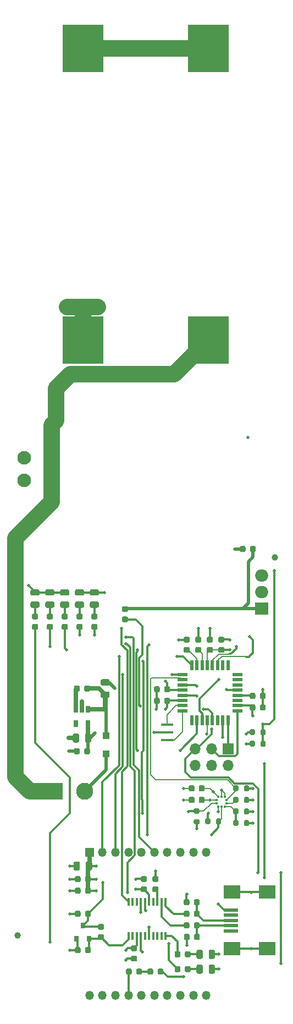
<source format=gbr>
G04 #@! TF.GenerationSoftware,KiCad,Pcbnew,(5.1.7)-1*
G04 #@! TF.CreationDate,2021-11-09T10:37:56-06:00*
G04 #@! TF.ProjectId,cutdown,63757464-6f77-46e2-9e6b-696361645f70,3.1*
G04 #@! TF.SameCoordinates,Original*
G04 #@! TF.FileFunction,Copper,L1,Top*
G04 #@! TF.FilePolarity,Positive*
%FSLAX46Y46*%
G04 Gerber Fmt 4.6, Leading zero omitted, Abs format (unit mm)*
G04 Created by KiCad (PCBNEW (5.1.7)-1) date 2021-11-09 10:37:56*
%MOMM*%
%LPD*%
G01*
G04 APERTURE LIST*
G04 #@! TA.AperFunction,SMDPad,CuDef*
%ADD10R,6.350000X7.340600*%
G04 #@! TD*
G04 #@! TA.AperFunction,SMDPad,CuDef*
%ADD11R,2.300000X0.500000*%
G04 #@! TD*
G04 #@! TA.AperFunction,SMDPad,CuDef*
%ADD12R,2.500000X2.000000*%
G04 #@! TD*
G04 #@! TA.AperFunction,ComponentPad*
%ADD13R,1.700000X1.700000*%
G04 #@! TD*
G04 #@! TA.AperFunction,ComponentPad*
%ADD14O,1.700000X1.700000*%
G04 #@! TD*
G04 #@! TA.AperFunction,ComponentPad*
%ADD15C,2.100000*%
G04 #@! TD*
G04 #@! TA.AperFunction,SMDPad,CuDef*
%ADD16R,0.800000X0.900000*%
G04 #@! TD*
G04 #@! TA.AperFunction,ComponentPad*
%ADD17R,2.625000X2.625000*%
G04 #@! TD*
G04 #@! TA.AperFunction,ComponentPad*
%ADD18C,2.625000*%
G04 #@! TD*
G04 #@! TA.AperFunction,SMDPad,CuDef*
%ADD19R,0.400000X1.200000*%
G04 #@! TD*
G04 #@! TA.AperFunction,SMDPad,CuDef*
%ADD20R,0.650000X1.060000*%
G04 #@! TD*
G04 #@! TA.AperFunction,SMDPad,CuDef*
%ADD21R,1.600000X0.550000*%
G04 #@! TD*
G04 #@! TA.AperFunction,SMDPad,CuDef*
%ADD22R,0.550000X1.600000*%
G04 #@! TD*
G04 #@! TA.AperFunction,ComponentPad*
%ADD23R,1.350000X1.350000*%
G04 #@! TD*
G04 #@! TA.AperFunction,ComponentPad*
%ADD24O,1.350000X1.350000*%
G04 #@! TD*
G04 #@! TA.AperFunction,SMDPad,CuDef*
%ADD25R,0.350000X0.380000*%
G04 #@! TD*
G04 #@! TA.AperFunction,SMDPad,CuDef*
%ADD26R,1.900000X0.400000*%
G04 #@! TD*
G04 #@! TA.AperFunction,ComponentPad*
%ADD27R,2.000000X1.905000*%
G04 #@! TD*
G04 #@! TA.AperFunction,ComponentPad*
%ADD28O,2.000000X1.905000*%
G04 #@! TD*
G04 #@! TA.AperFunction,SMDPad,CuDef*
%ADD29C,1.000000*%
G04 #@! TD*
G04 #@! TA.AperFunction,SMDPad,CuDef*
%ADD30R,1.100000X1.100000*%
G04 #@! TD*
G04 #@! TA.AperFunction,ViaPad*
%ADD31C,0.508000*%
G04 #@! TD*
G04 #@! TA.AperFunction,ViaPad*
%ADD32C,1.016000*%
G04 #@! TD*
G04 #@! TA.AperFunction,Conductor*
%ADD33C,0.304800*%
G04 #@! TD*
G04 #@! TA.AperFunction,Conductor*
%ADD34C,0.635000*%
G04 #@! TD*
G04 #@! TA.AperFunction,Conductor*
%ADD35C,0.152400*%
G04 #@! TD*
G04 #@! TA.AperFunction,Conductor*
%ADD36C,0.508000*%
G04 #@! TD*
G04 #@! TA.AperFunction,Conductor*
%ADD37C,2.540000*%
G04 #@! TD*
G04 APERTURE END LIST*
D10*
X114046000Y-29629100D03*
X114046000Y-74510900D03*
X133350000Y-29629100D03*
X133350000Y-74510900D03*
G04 #@! TA.AperFunction,SMDPad,CuDef*
G36*
G01*
X123700250Y-159467000D02*
X123187750Y-159467000D01*
G75*
G02*
X122969000Y-159248250I0J218750D01*
G01*
X122969000Y-158810750D01*
G75*
G02*
X123187750Y-158592000I218750J0D01*
G01*
X123700250Y-158592000D01*
G75*
G02*
X123919000Y-158810750I0J-218750D01*
G01*
X123919000Y-159248250D01*
G75*
G02*
X123700250Y-159467000I-218750J0D01*
G01*
G37*
G04 #@! TD.AperFunction*
G04 #@! TA.AperFunction,SMDPad,CuDef*
G36*
G01*
X123700250Y-157892000D02*
X123187750Y-157892000D01*
G75*
G02*
X122969000Y-157673250I0J218750D01*
G01*
X122969000Y-157235750D01*
G75*
G02*
X123187750Y-157017000I218750J0D01*
G01*
X123700250Y-157017000D01*
G75*
G02*
X123919000Y-157235750I0J-218750D01*
G01*
X123919000Y-157673250D01*
G75*
G02*
X123700250Y-157892000I-218750J0D01*
G01*
G37*
G04 #@! TD.AperFunction*
G04 #@! TA.AperFunction,SMDPad,CuDef*
G36*
G01*
X121663750Y-169260000D02*
X122176250Y-169260000D01*
G75*
G02*
X122395000Y-169478750I0J-218750D01*
G01*
X122395000Y-169916250D01*
G75*
G02*
X122176250Y-170135000I-218750J0D01*
G01*
X121663750Y-170135000D01*
G75*
G02*
X121445000Y-169916250I0J218750D01*
G01*
X121445000Y-169478750D01*
G75*
G02*
X121663750Y-169260000I218750J0D01*
G01*
G37*
G04 #@! TD.AperFunction*
G04 #@! TA.AperFunction,SMDPad,CuDef*
G36*
G01*
X121663750Y-167685000D02*
X122176250Y-167685000D01*
G75*
G02*
X122395000Y-167903750I0J-218750D01*
G01*
X122395000Y-168341250D01*
G75*
G02*
X122176250Y-168560000I-218750J0D01*
G01*
X121663750Y-168560000D01*
G75*
G02*
X121445000Y-168341250I0J218750D01*
G01*
X121445000Y-167903750D01*
G75*
G02*
X121663750Y-167685000I218750J0D01*
G01*
G37*
G04 #@! TD.AperFunction*
G04 #@! TA.AperFunction,SMDPad,CuDef*
G36*
G01*
X132060500Y-166113750D02*
X132060500Y-166626250D01*
G75*
G02*
X131841750Y-166845000I-218750J0D01*
G01*
X131404250Y-166845000D01*
G75*
G02*
X131185500Y-166626250I0J218750D01*
G01*
X131185500Y-166113750D01*
G75*
G02*
X131404250Y-165895000I218750J0D01*
G01*
X131841750Y-165895000D01*
G75*
G02*
X132060500Y-166113750I0J-218750D01*
G01*
G37*
G04 #@! TD.AperFunction*
G04 #@! TA.AperFunction,SMDPad,CuDef*
G36*
G01*
X130485500Y-166113750D02*
X130485500Y-166626250D01*
G75*
G02*
X130266750Y-166845000I-218750J0D01*
G01*
X129829250Y-166845000D01*
G75*
G02*
X129610500Y-166626250I0J218750D01*
G01*
X129610500Y-166113750D01*
G75*
G02*
X129829250Y-165895000I218750J0D01*
G01*
X130266750Y-165895000D01*
G75*
G02*
X130485500Y-166113750I0J-218750D01*
G01*
G37*
G04 #@! TD.AperFunction*
G04 #@! TA.AperFunction,SMDPad,CuDef*
G36*
G01*
X130460000Y-160779750D02*
X130460000Y-161292250D01*
G75*
G02*
X130241250Y-161511000I-218750J0D01*
G01*
X129803750Y-161511000D01*
G75*
G02*
X129585000Y-161292250I0J218750D01*
G01*
X129585000Y-160779750D01*
G75*
G02*
X129803750Y-160561000I218750J0D01*
G01*
X130241250Y-160561000D01*
G75*
G02*
X130460000Y-160779750I0J-218750D01*
G01*
G37*
G04 #@! TD.AperFunction*
G04 #@! TA.AperFunction,SMDPad,CuDef*
G36*
G01*
X132035000Y-160779750D02*
X132035000Y-161292250D01*
G75*
G02*
X131816250Y-161511000I-218750J0D01*
G01*
X131378750Y-161511000D01*
G75*
G02*
X131160000Y-161292250I0J218750D01*
G01*
X131160000Y-160779750D01*
G75*
G02*
X131378750Y-160561000I218750J0D01*
G01*
X131816250Y-160561000D01*
G75*
G02*
X132035000Y-160779750I0J-218750D01*
G01*
G37*
G04 #@! TD.AperFunction*
G04 #@! TA.AperFunction,SMDPad,CuDef*
G36*
G01*
X139745000Y-131320250D02*
X139745000Y-130807750D01*
G75*
G02*
X139963750Y-130589000I218750J0D01*
G01*
X140401250Y-130589000D01*
G75*
G02*
X140620000Y-130807750I0J-218750D01*
G01*
X140620000Y-131320250D01*
G75*
G02*
X140401250Y-131539000I-218750J0D01*
G01*
X139963750Y-131539000D01*
G75*
G02*
X139745000Y-131320250I0J218750D01*
G01*
G37*
G04 #@! TD.AperFunction*
G04 #@! TA.AperFunction,SMDPad,CuDef*
G36*
G01*
X141320000Y-131320250D02*
X141320000Y-130807750D01*
G75*
G02*
X141538750Y-130589000I218750J0D01*
G01*
X141976250Y-130589000D01*
G75*
G02*
X142195000Y-130807750I0J-218750D01*
G01*
X142195000Y-131320250D01*
G75*
G02*
X141976250Y-131539000I-218750J0D01*
G01*
X141538750Y-131539000D01*
G75*
G02*
X141320000Y-131320250I0J218750D01*
G01*
G37*
G04 #@! TD.AperFunction*
G04 #@! TA.AperFunction,SMDPad,CuDef*
G36*
G01*
X127463000Y-129791750D02*
X127463000Y-130304250D01*
G75*
G02*
X127244250Y-130523000I-218750J0D01*
G01*
X126806750Y-130523000D01*
G75*
G02*
X126588000Y-130304250I0J218750D01*
G01*
X126588000Y-129791750D01*
G75*
G02*
X126806750Y-129573000I218750J0D01*
G01*
X127244250Y-129573000D01*
G75*
G02*
X127463000Y-129791750I0J-218750D01*
G01*
G37*
G04 #@! TD.AperFunction*
G04 #@! TA.AperFunction,SMDPad,CuDef*
G36*
G01*
X125888000Y-129791750D02*
X125888000Y-130304250D01*
G75*
G02*
X125669250Y-130523000I-218750J0D01*
G01*
X125231750Y-130523000D01*
G75*
G02*
X125013000Y-130304250I0J218750D01*
G01*
X125013000Y-129791750D01*
G75*
G02*
X125231750Y-129573000I218750J0D01*
G01*
X125669250Y-129573000D01*
G75*
G02*
X125888000Y-129791750I0J-218750D01*
G01*
G37*
G04 #@! TD.AperFunction*
G04 #@! TA.AperFunction,SMDPad,CuDef*
G36*
G01*
X125888000Y-128013750D02*
X125888000Y-128526250D01*
G75*
G02*
X125669250Y-128745000I-218750J0D01*
G01*
X125231750Y-128745000D01*
G75*
G02*
X125013000Y-128526250I0J218750D01*
G01*
X125013000Y-128013750D01*
G75*
G02*
X125231750Y-127795000I218750J0D01*
G01*
X125669250Y-127795000D01*
G75*
G02*
X125888000Y-128013750I0J-218750D01*
G01*
G37*
G04 #@! TD.AperFunction*
G04 #@! TA.AperFunction,SMDPad,CuDef*
G36*
G01*
X127463000Y-128013750D02*
X127463000Y-128526250D01*
G75*
G02*
X127244250Y-128745000I-218750J0D01*
G01*
X126806750Y-128745000D01*
G75*
G02*
X126588000Y-128526250I0J218750D01*
G01*
X126588000Y-128013750D01*
G75*
G02*
X126806750Y-127795000I218750J0D01*
G01*
X127244250Y-127795000D01*
G75*
G02*
X127463000Y-128013750I0J-218750D01*
G01*
G37*
G04 #@! TD.AperFunction*
G04 #@! TA.AperFunction,SMDPad,CuDef*
G36*
G01*
X133860250Y-122637000D02*
X133347750Y-122637000D01*
G75*
G02*
X133129000Y-122418250I0J218750D01*
G01*
X133129000Y-121980750D01*
G75*
G02*
X133347750Y-121762000I218750J0D01*
G01*
X133860250Y-121762000D01*
G75*
G02*
X134079000Y-121980750I0J-218750D01*
G01*
X134079000Y-122418250D01*
G75*
G02*
X133860250Y-122637000I-218750J0D01*
G01*
G37*
G04 #@! TD.AperFunction*
G04 #@! TA.AperFunction,SMDPad,CuDef*
G36*
G01*
X133860250Y-121062000D02*
X133347750Y-121062000D01*
G75*
G02*
X133129000Y-120843250I0J218750D01*
G01*
X133129000Y-120405750D01*
G75*
G02*
X133347750Y-120187000I218750J0D01*
G01*
X133860250Y-120187000D01*
G75*
G02*
X134079000Y-120405750I0J-218750D01*
G01*
X134079000Y-120843250D01*
G75*
G02*
X133860250Y-121062000I-218750J0D01*
G01*
G37*
G04 #@! TD.AperFunction*
G04 #@! TA.AperFunction,SMDPad,CuDef*
G36*
G01*
X141320000Y-129542250D02*
X141320000Y-129029750D01*
G75*
G02*
X141538750Y-128811000I218750J0D01*
G01*
X141976250Y-128811000D01*
G75*
G02*
X142195000Y-129029750I0J-218750D01*
G01*
X142195000Y-129542250D01*
G75*
G02*
X141976250Y-129761000I-218750J0D01*
G01*
X141538750Y-129761000D01*
G75*
G02*
X141320000Y-129542250I0J218750D01*
G01*
G37*
G04 #@! TD.AperFunction*
G04 #@! TA.AperFunction,SMDPad,CuDef*
G36*
G01*
X139745000Y-129542250D02*
X139745000Y-129029750D01*
G75*
G02*
X139963750Y-128811000I218750J0D01*
G01*
X140401250Y-128811000D01*
G75*
G02*
X140620000Y-129029750I0J-218750D01*
G01*
X140620000Y-129542250D01*
G75*
G02*
X140401250Y-129761000I-218750J0D01*
G01*
X139963750Y-129761000D01*
G75*
G02*
X139745000Y-129542250I0J218750D01*
G01*
G37*
G04 #@! TD.AperFunction*
G04 #@! TA.AperFunction,SMDPad,CuDef*
G36*
G01*
X115471000Y-154991750D02*
X115471000Y-155904250D01*
G75*
G02*
X115227250Y-156148000I-243750J0D01*
G01*
X114739750Y-156148000D01*
G75*
G02*
X114496000Y-155904250I0J243750D01*
G01*
X114496000Y-154991750D01*
G75*
G02*
X114739750Y-154748000I243750J0D01*
G01*
X115227250Y-154748000D01*
G75*
G02*
X115471000Y-154991750I0J-243750D01*
G01*
G37*
G04 #@! TD.AperFunction*
G04 #@! TA.AperFunction,SMDPad,CuDef*
G36*
G01*
X113596000Y-154991750D02*
X113596000Y-155904250D01*
G75*
G02*
X113352250Y-156148000I-243750J0D01*
G01*
X112864750Y-156148000D01*
G75*
G02*
X112621000Y-155904250I0J243750D01*
G01*
X112621000Y-154991750D01*
G75*
G02*
X112864750Y-154748000I243750J0D01*
G01*
X113352250Y-154748000D01*
G75*
G02*
X113596000Y-154991750I0J-243750D01*
G01*
G37*
G04 #@! TD.AperFunction*
G04 #@! TA.AperFunction,SMDPad,CuDef*
G36*
G01*
X115271000Y-157223750D02*
X115271000Y-157736250D01*
G75*
G02*
X115052250Y-157955000I-218750J0D01*
G01*
X114614750Y-157955000D01*
G75*
G02*
X114396000Y-157736250I0J218750D01*
G01*
X114396000Y-157223750D01*
G75*
G02*
X114614750Y-157005000I218750J0D01*
G01*
X115052250Y-157005000D01*
G75*
G02*
X115271000Y-157223750I0J-218750D01*
G01*
G37*
G04 #@! TD.AperFunction*
G04 #@! TA.AperFunction,SMDPad,CuDef*
G36*
G01*
X113696000Y-157223750D02*
X113696000Y-157736250D01*
G75*
G02*
X113477250Y-157955000I-218750J0D01*
G01*
X113039750Y-157955000D01*
G75*
G02*
X112821000Y-157736250I0J218750D01*
G01*
X112821000Y-157223750D01*
G75*
G02*
X113039750Y-157005000I218750J0D01*
G01*
X113477250Y-157005000D01*
G75*
G02*
X113696000Y-157223750I0J-218750D01*
G01*
G37*
G04 #@! TD.AperFunction*
G04 #@! TA.AperFunction,SMDPad,CuDef*
G36*
G01*
X115271000Y-159001750D02*
X115271000Y-159514250D01*
G75*
G02*
X115052250Y-159733000I-218750J0D01*
G01*
X114614750Y-159733000D01*
G75*
G02*
X114396000Y-159514250I0J218750D01*
G01*
X114396000Y-159001750D01*
G75*
G02*
X114614750Y-158783000I218750J0D01*
G01*
X115052250Y-158783000D01*
G75*
G02*
X115271000Y-159001750I0J-218750D01*
G01*
G37*
G04 #@! TD.AperFunction*
G04 #@! TA.AperFunction,SMDPad,CuDef*
G36*
G01*
X113696000Y-159001750D02*
X113696000Y-159514250D01*
G75*
G02*
X113477250Y-159733000I-218750J0D01*
G01*
X113039750Y-159733000D01*
G75*
G02*
X112821000Y-159514250I0J218750D01*
G01*
X112821000Y-159001750D01*
G75*
G02*
X113039750Y-158783000I218750J0D01*
G01*
X113477250Y-158783000D01*
G75*
G02*
X113696000Y-159001750I0J-218750D01*
G01*
G37*
G04 #@! TD.AperFunction*
G04 #@! TA.AperFunction,SMDPad,CuDef*
G36*
G01*
X125572000Y-171960250D02*
X125572000Y-171447750D01*
G75*
G02*
X125790750Y-171229000I218750J0D01*
G01*
X126228250Y-171229000D01*
G75*
G02*
X126447000Y-171447750I0J-218750D01*
G01*
X126447000Y-171960250D01*
G75*
G02*
X126228250Y-172179000I-218750J0D01*
G01*
X125790750Y-172179000D01*
G75*
G02*
X125572000Y-171960250I0J218750D01*
G01*
G37*
G04 #@! TD.AperFunction*
G04 #@! TA.AperFunction,SMDPad,CuDef*
G36*
G01*
X123997000Y-171960250D02*
X123997000Y-171447750D01*
G75*
G02*
X124215750Y-171229000I218750J0D01*
G01*
X124653250Y-171229000D01*
G75*
G02*
X124872000Y-171447750I0J-218750D01*
G01*
X124872000Y-171960250D01*
G75*
G02*
X124653250Y-172179000I-218750J0D01*
G01*
X124215750Y-172179000D01*
G75*
G02*
X123997000Y-171960250I0J218750D01*
G01*
G37*
G04 #@! TD.AperFunction*
G04 #@! TA.AperFunction,SMDPad,CuDef*
G36*
G01*
X131247000Y-145038000D02*
X131247000Y-145538000D01*
G75*
G02*
X131022000Y-145763000I-225000J0D01*
G01*
X130572000Y-145763000D01*
G75*
G02*
X130347000Y-145538000I0J225000D01*
G01*
X130347000Y-145038000D01*
G75*
G02*
X130572000Y-144813000I225000J0D01*
G01*
X131022000Y-144813000D01*
G75*
G02*
X131247000Y-145038000I0J-225000D01*
G01*
G37*
G04 #@! TD.AperFunction*
G04 #@! TA.AperFunction,SMDPad,CuDef*
G36*
G01*
X132797000Y-145038000D02*
X132797000Y-145538000D01*
G75*
G02*
X132572000Y-145763000I-225000J0D01*
G01*
X132122000Y-145763000D01*
G75*
G02*
X131897000Y-145538000I0J225000D01*
G01*
X131897000Y-145038000D01*
G75*
G02*
X132122000Y-144813000I225000J0D01*
G01*
X132572000Y-144813000D01*
G75*
G02*
X132797000Y-145038000I0J-225000D01*
G01*
G37*
G04 #@! TD.AperFunction*
G04 #@! TA.AperFunction,SMDPad,CuDef*
G36*
G01*
X130347000Y-143760000D02*
X130347000Y-143260000D01*
G75*
G02*
X130572000Y-143035000I225000J0D01*
G01*
X131022000Y-143035000D01*
G75*
G02*
X131247000Y-143260000I0J-225000D01*
G01*
X131247000Y-143760000D01*
G75*
G02*
X131022000Y-143985000I-225000J0D01*
G01*
X130572000Y-143985000D01*
G75*
G02*
X130347000Y-143760000I0J225000D01*
G01*
G37*
G04 #@! TD.AperFunction*
G04 #@! TA.AperFunction,SMDPad,CuDef*
G36*
G01*
X131897000Y-143760000D02*
X131897000Y-143260000D01*
G75*
G02*
X132122000Y-143035000I225000J0D01*
G01*
X132572000Y-143035000D01*
G75*
G02*
X132797000Y-143260000I0J-225000D01*
G01*
X132797000Y-143760000D01*
G75*
G02*
X132572000Y-143985000I-225000J0D01*
G01*
X132122000Y-143985000D01*
G75*
G02*
X131897000Y-143760000I0J225000D01*
G01*
G37*
G04 #@! TD.AperFunction*
G04 #@! TA.AperFunction,SMDPad,CuDef*
G36*
G01*
X115367750Y-114750000D02*
X116280250Y-114750000D01*
G75*
G02*
X116524000Y-114993750I0J-243750D01*
G01*
X116524000Y-115481250D01*
G75*
G02*
X116280250Y-115725000I-243750J0D01*
G01*
X115367750Y-115725000D01*
G75*
G02*
X115124000Y-115481250I0J243750D01*
G01*
X115124000Y-114993750D01*
G75*
G02*
X115367750Y-114750000I243750J0D01*
G01*
G37*
G04 #@! TD.AperFunction*
G04 #@! TA.AperFunction,SMDPad,CuDef*
G36*
G01*
X115367750Y-112875000D02*
X116280250Y-112875000D01*
G75*
G02*
X116524000Y-113118750I0J-243750D01*
G01*
X116524000Y-113606250D01*
G75*
G02*
X116280250Y-113850000I-243750J0D01*
G01*
X115367750Y-113850000D01*
G75*
G02*
X115124000Y-113606250I0J243750D01*
G01*
X115124000Y-113118750D01*
G75*
G02*
X115367750Y-112875000I243750J0D01*
G01*
G37*
G04 #@! TD.AperFunction*
G04 #@! TA.AperFunction,SMDPad,CuDef*
G36*
G01*
X133419000Y-171779250D02*
X133419000Y-170866750D01*
G75*
G02*
X133662750Y-170623000I243750J0D01*
G01*
X134150250Y-170623000D01*
G75*
G02*
X134394000Y-170866750I0J-243750D01*
G01*
X134394000Y-171779250D01*
G75*
G02*
X134150250Y-172023000I-243750J0D01*
G01*
X133662750Y-172023000D01*
G75*
G02*
X133419000Y-171779250I0J243750D01*
G01*
G37*
G04 #@! TD.AperFunction*
G04 #@! TA.AperFunction,SMDPad,CuDef*
G36*
G01*
X131544000Y-171779250D02*
X131544000Y-170866750D01*
G75*
G02*
X131787750Y-170623000I243750J0D01*
G01*
X132275250Y-170623000D01*
G75*
G02*
X132519000Y-170866750I0J-243750D01*
G01*
X132519000Y-171779250D01*
G75*
G02*
X132275250Y-172023000I-243750J0D01*
G01*
X131787750Y-172023000D01*
G75*
G02*
X131544000Y-171779250I0J243750D01*
G01*
G37*
G04 #@! TD.AperFunction*
G04 #@! TA.AperFunction,SMDPad,CuDef*
G36*
G01*
X131544000Y-169493250D02*
X131544000Y-168580750D01*
G75*
G02*
X131787750Y-168337000I243750J0D01*
G01*
X132275250Y-168337000D01*
G75*
G02*
X132519000Y-168580750I0J-243750D01*
G01*
X132519000Y-169493250D01*
G75*
G02*
X132275250Y-169737000I-243750J0D01*
G01*
X131787750Y-169737000D01*
G75*
G02*
X131544000Y-169493250I0J243750D01*
G01*
G37*
G04 #@! TD.AperFunction*
G04 #@! TA.AperFunction,SMDPad,CuDef*
G36*
G01*
X133419000Y-169493250D02*
X133419000Y-168580750D01*
G75*
G02*
X133662750Y-168337000I243750J0D01*
G01*
X134150250Y-168337000D01*
G75*
G02*
X134394000Y-168580750I0J-243750D01*
G01*
X134394000Y-169493250D01*
G75*
G02*
X134150250Y-169737000I-243750J0D01*
G01*
X133662750Y-169737000D01*
G75*
G02*
X133419000Y-169493250I0J243750D01*
G01*
G37*
G04 #@! TD.AperFunction*
G04 #@! TA.AperFunction,SMDPad,CuDef*
G36*
G01*
X110795750Y-112875000D02*
X111708250Y-112875000D01*
G75*
G02*
X111952000Y-113118750I0J-243750D01*
G01*
X111952000Y-113606250D01*
G75*
G02*
X111708250Y-113850000I-243750J0D01*
G01*
X110795750Y-113850000D01*
G75*
G02*
X110552000Y-113606250I0J243750D01*
G01*
X110552000Y-113118750D01*
G75*
G02*
X110795750Y-112875000I243750J0D01*
G01*
G37*
G04 #@! TD.AperFunction*
G04 #@! TA.AperFunction,SMDPad,CuDef*
G36*
G01*
X110795750Y-114750000D02*
X111708250Y-114750000D01*
G75*
G02*
X111952000Y-114993750I0J-243750D01*
G01*
X111952000Y-115481250D01*
G75*
G02*
X111708250Y-115725000I-243750J0D01*
G01*
X110795750Y-115725000D01*
G75*
G02*
X110552000Y-115481250I0J243750D01*
G01*
X110552000Y-114993750D01*
G75*
G02*
X110795750Y-114750000I243750J0D01*
G01*
G37*
G04 #@! TD.AperFunction*
G04 #@! TA.AperFunction,SMDPad,CuDef*
G36*
G01*
X108509750Y-112875000D02*
X109422250Y-112875000D01*
G75*
G02*
X109666000Y-113118750I0J-243750D01*
G01*
X109666000Y-113606250D01*
G75*
G02*
X109422250Y-113850000I-243750J0D01*
G01*
X108509750Y-113850000D01*
G75*
G02*
X108266000Y-113606250I0J243750D01*
G01*
X108266000Y-113118750D01*
G75*
G02*
X108509750Y-112875000I243750J0D01*
G01*
G37*
G04 #@! TD.AperFunction*
G04 #@! TA.AperFunction,SMDPad,CuDef*
G36*
G01*
X108509750Y-114750000D02*
X109422250Y-114750000D01*
G75*
G02*
X109666000Y-114993750I0J-243750D01*
G01*
X109666000Y-115481250D01*
G75*
G02*
X109422250Y-115725000I-243750J0D01*
G01*
X108509750Y-115725000D01*
G75*
G02*
X108266000Y-115481250I0J243750D01*
G01*
X108266000Y-114993750D01*
G75*
G02*
X108509750Y-114750000I243750J0D01*
G01*
G37*
G04 #@! TD.AperFunction*
G04 #@! TA.AperFunction,SMDPad,CuDef*
G36*
G01*
X106223750Y-114750000D02*
X107136250Y-114750000D01*
G75*
G02*
X107380000Y-114993750I0J-243750D01*
G01*
X107380000Y-115481250D01*
G75*
G02*
X107136250Y-115725000I-243750J0D01*
G01*
X106223750Y-115725000D01*
G75*
G02*
X105980000Y-115481250I0J243750D01*
G01*
X105980000Y-114993750D01*
G75*
G02*
X106223750Y-114750000I243750J0D01*
G01*
G37*
G04 #@! TD.AperFunction*
G04 #@! TA.AperFunction,SMDPad,CuDef*
G36*
G01*
X106223750Y-112875000D02*
X107136250Y-112875000D01*
G75*
G02*
X107380000Y-113118750I0J-243750D01*
G01*
X107380000Y-113606250D01*
G75*
G02*
X107136250Y-113850000I-243750J0D01*
G01*
X106223750Y-113850000D01*
G75*
G02*
X105980000Y-113606250I0J243750D01*
G01*
X105980000Y-113118750D01*
G75*
G02*
X106223750Y-112875000I243750J0D01*
G01*
G37*
G04 #@! TD.AperFunction*
D11*
X136874000Y-162230000D03*
X136874000Y-163030000D03*
X136874000Y-163830000D03*
X136874000Y-164630000D03*
X136874000Y-165430000D03*
D12*
X136974000Y-159480000D03*
X142474000Y-159480000D03*
X136974000Y-168180000D03*
X142474000Y-168180000D03*
D13*
X136398000Y-137414000D03*
D14*
X136398000Y-139954000D03*
X133858000Y-137414000D03*
X133858000Y-139954000D03*
X131318000Y-137414000D03*
X131318000Y-139954000D03*
D15*
X105029000Y-96111000D03*
X105029000Y-92611000D03*
D16*
X113096000Y-166608000D03*
X114996000Y-166608000D03*
X114046000Y-164608000D03*
G04 #@! TA.AperFunction,SMDPad,CuDef*
G36*
G01*
X115567750Y-118206000D02*
X116080250Y-118206000D01*
G75*
G02*
X116299000Y-118424750I0J-218750D01*
G01*
X116299000Y-118862250D01*
G75*
G02*
X116080250Y-119081000I-218750J0D01*
G01*
X115567750Y-119081000D01*
G75*
G02*
X115349000Y-118862250I0J218750D01*
G01*
X115349000Y-118424750D01*
G75*
G02*
X115567750Y-118206000I218750J0D01*
G01*
G37*
G04 #@! TD.AperFunction*
G04 #@! TA.AperFunction,SMDPad,CuDef*
G36*
G01*
X115567750Y-116631000D02*
X116080250Y-116631000D01*
G75*
G02*
X116299000Y-116849750I0J-218750D01*
G01*
X116299000Y-117287250D01*
G75*
G02*
X116080250Y-117506000I-218750J0D01*
G01*
X115567750Y-117506000D01*
G75*
G02*
X115349000Y-117287250I0J218750D01*
G01*
X115349000Y-116849750D01*
G75*
G02*
X115567750Y-116631000I218750J0D01*
G01*
G37*
G04 #@! TD.AperFunction*
G04 #@! TA.AperFunction,SMDPad,CuDef*
G36*
G01*
X125478250Y-159467000D02*
X124965750Y-159467000D01*
G75*
G02*
X124747000Y-159248250I0J218750D01*
G01*
X124747000Y-158810750D01*
G75*
G02*
X124965750Y-158592000I218750J0D01*
G01*
X125478250Y-158592000D01*
G75*
G02*
X125697000Y-158810750I0J-218750D01*
G01*
X125697000Y-159248250D01*
G75*
G02*
X125478250Y-159467000I-218750J0D01*
G01*
G37*
G04 #@! TD.AperFunction*
G04 #@! TA.AperFunction,SMDPad,CuDef*
G36*
G01*
X125478250Y-157892000D02*
X124965750Y-157892000D01*
G75*
G02*
X124747000Y-157673250I0J218750D01*
G01*
X124747000Y-157235750D01*
G75*
G02*
X124965750Y-157017000I218750J0D01*
G01*
X125478250Y-157017000D01*
G75*
G02*
X125697000Y-157235750I0J-218750D01*
G01*
X125697000Y-157673250D01*
G75*
G02*
X125478250Y-157892000I-218750J0D01*
G01*
G37*
G04 #@! TD.AperFunction*
G04 #@! TA.AperFunction,SMDPad,CuDef*
G36*
G01*
X132082250Y-121062000D02*
X131569750Y-121062000D01*
G75*
G02*
X131351000Y-120843250I0J218750D01*
G01*
X131351000Y-120405750D01*
G75*
G02*
X131569750Y-120187000I218750J0D01*
G01*
X132082250Y-120187000D01*
G75*
G02*
X132301000Y-120405750I0J-218750D01*
G01*
X132301000Y-120843250D01*
G75*
G02*
X132082250Y-121062000I-218750J0D01*
G01*
G37*
G04 #@! TD.AperFunction*
G04 #@! TA.AperFunction,SMDPad,CuDef*
G36*
G01*
X132082250Y-122637000D02*
X131569750Y-122637000D01*
G75*
G02*
X131351000Y-122418250I0J218750D01*
G01*
X131351000Y-121980750D01*
G75*
G02*
X131569750Y-121762000I218750J0D01*
G01*
X132082250Y-121762000D01*
G75*
G02*
X132301000Y-121980750I0J-218750D01*
G01*
X132301000Y-122418250D01*
G75*
G02*
X132082250Y-122637000I-218750J0D01*
G01*
G37*
G04 #@! TD.AperFunction*
G04 #@! TA.AperFunction,SMDPad,CuDef*
G36*
G01*
X130304250Y-122637000D02*
X129791750Y-122637000D01*
G75*
G02*
X129573000Y-122418250I0J218750D01*
G01*
X129573000Y-121980750D01*
G75*
G02*
X129791750Y-121762000I218750J0D01*
G01*
X130304250Y-121762000D01*
G75*
G02*
X130523000Y-121980750I0J-218750D01*
G01*
X130523000Y-122418250D01*
G75*
G02*
X130304250Y-122637000I-218750J0D01*
G01*
G37*
G04 #@! TD.AperFunction*
G04 #@! TA.AperFunction,SMDPad,CuDef*
G36*
G01*
X130304250Y-121062000D02*
X129791750Y-121062000D01*
G75*
G02*
X129573000Y-120843250I0J218750D01*
G01*
X129573000Y-120405750D01*
G75*
G02*
X129791750Y-120187000I218750J0D01*
G01*
X130304250Y-120187000D01*
G75*
G02*
X130523000Y-120405750I0J-218750D01*
G01*
X130523000Y-120843250D01*
G75*
G02*
X130304250Y-121062000I-218750J0D01*
G01*
G37*
G04 #@! TD.AperFunction*
G04 #@! TA.AperFunction,SMDPad,CuDef*
G36*
G01*
X115271000Y-168145750D02*
X115271000Y-168658250D01*
G75*
G02*
X115052250Y-168877000I-218750J0D01*
G01*
X114614750Y-168877000D01*
G75*
G02*
X114396000Y-168658250I0J218750D01*
G01*
X114396000Y-168145750D01*
G75*
G02*
X114614750Y-167927000I218750J0D01*
G01*
X115052250Y-167927000D01*
G75*
G02*
X115271000Y-168145750I0J-218750D01*
G01*
G37*
G04 #@! TD.AperFunction*
G04 #@! TA.AperFunction,SMDPad,CuDef*
G36*
G01*
X113696000Y-168145750D02*
X113696000Y-168658250D01*
G75*
G02*
X113477250Y-168877000I-218750J0D01*
G01*
X113039750Y-168877000D01*
G75*
G02*
X112821000Y-168658250I0J218750D01*
G01*
X112821000Y-168145750D01*
G75*
G02*
X113039750Y-167927000I218750J0D01*
G01*
X113477250Y-167927000D01*
G75*
G02*
X113696000Y-168145750I0J-218750D01*
G01*
G37*
G04 #@! TD.AperFunction*
G04 #@! TA.AperFunction,SMDPad,CuDef*
G36*
G01*
X115271000Y-162557750D02*
X115271000Y-163070250D01*
G75*
G02*
X115052250Y-163289000I-218750J0D01*
G01*
X114614750Y-163289000D01*
G75*
G02*
X114396000Y-163070250I0J218750D01*
G01*
X114396000Y-162557750D01*
G75*
G02*
X114614750Y-162339000I218750J0D01*
G01*
X115052250Y-162339000D01*
G75*
G02*
X115271000Y-162557750I0J-218750D01*
G01*
G37*
G04 #@! TD.AperFunction*
G04 #@! TA.AperFunction,SMDPad,CuDef*
G36*
G01*
X113696000Y-162557750D02*
X113696000Y-163070250D01*
G75*
G02*
X113477250Y-163289000I-218750J0D01*
G01*
X113039750Y-163289000D01*
G75*
G02*
X112821000Y-163070250I0J218750D01*
G01*
X112821000Y-162557750D01*
G75*
G02*
X113039750Y-162339000I218750J0D01*
G01*
X113477250Y-162339000D01*
G75*
G02*
X113696000Y-162557750I0J-218750D01*
G01*
G37*
G04 #@! TD.AperFunction*
G04 #@! TA.AperFunction,SMDPad,CuDef*
G36*
G01*
X129585000Y-164848250D02*
X129585000Y-164335750D01*
G75*
G02*
X129803750Y-164117000I218750J0D01*
G01*
X130241250Y-164117000D01*
G75*
G02*
X130460000Y-164335750I0J-218750D01*
G01*
X130460000Y-164848250D01*
G75*
G02*
X130241250Y-165067000I-218750J0D01*
G01*
X129803750Y-165067000D01*
G75*
G02*
X129585000Y-164848250I0J218750D01*
G01*
G37*
G04 #@! TD.AperFunction*
G04 #@! TA.AperFunction,SMDPad,CuDef*
G36*
G01*
X131160000Y-164848250D02*
X131160000Y-164335750D01*
G75*
G02*
X131378750Y-164117000I218750J0D01*
G01*
X131816250Y-164117000D01*
G75*
G02*
X132035000Y-164335750I0J-218750D01*
G01*
X132035000Y-164848250D01*
G75*
G02*
X131816250Y-165067000I-218750J0D01*
G01*
X131378750Y-165067000D01*
G75*
G02*
X131160000Y-164848250I0J218750D01*
G01*
G37*
G04 #@! TD.AperFunction*
G04 #@! TA.AperFunction,SMDPad,CuDef*
G36*
G01*
X131160000Y-163070250D02*
X131160000Y-162557750D01*
G75*
G02*
X131378750Y-162339000I218750J0D01*
G01*
X131816250Y-162339000D01*
G75*
G02*
X132035000Y-162557750I0J-218750D01*
G01*
X132035000Y-163070250D01*
G75*
G02*
X131816250Y-163289000I-218750J0D01*
G01*
X131378750Y-163289000D01*
G75*
G02*
X131160000Y-163070250I0J218750D01*
G01*
G37*
G04 #@! TD.AperFunction*
G04 #@! TA.AperFunction,SMDPad,CuDef*
G36*
G01*
X129585000Y-163070250D02*
X129585000Y-162557750D01*
G75*
G02*
X129803750Y-162339000I218750J0D01*
G01*
X130241250Y-162339000D01*
G75*
G02*
X130460000Y-162557750I0J-218750D01*
G01*
X130460000Y-163070250D01*
G75*
G02*
X130241250Y-163289000I-218750J0D01*
G01*
X129803750Y-163289000D01*
G75*
G02*
X129585000Y-163070250I0J218750D01*
G01*
G37*
G04 #@! TD.AperFunction*
G04 #@! TA.AperFunction,SMDPad,CuDef*
G36*
G01*
X117096250Y-166833000D02*
X116583750Y-166833000D01*
G75*
G02*
X116365000Y-166614250I0J218750D01*
G01*
X116365000Y-166176750D01*
G75*
G02*
X116583750Y-165958000I218750J0D01*
G01*
X117096250Y-165958000D01*
G75*
G02*
X117315000Y-166176750I0J-218750D01*
G01*
X117315000Y-166614250D01*
G75*
G02*
X117096250Y-166833000I-218750J0D01*
G01*
G37*
G04 #@! TD.AperFunction*
G04 #@! TA.AperFunction,SMDPad,CuDef*
G36*
G01*
X117096250Y-165258000D02*
X116583750Y-165258000D01*
G75*
G02*
X116365000Y-165039250I0J218750D01*
G01*
X116365000Y-164601750D01*
G75*
G02*
X116583750Y-164383000I218750J0D01*
G01*
X117096250Y-164383000D01*
G75*
G02*
X117315000Y-164601750I0J-218750D01*
G01*
X117315000Y-165039250D01*
G75*
G02*
X117096250Y-165258000I-218750J0D01*
G01*
G37*
G04 #@! TD.AperFunction*
G04 #@! TA.AperFunction,SMDPad,CuDef*
G36*
G01*
X129063000Y-171066750D02*
X129063000Y-171579250D01*
G75*
G02*
X128844250Y-171798000I-218750J0D01*
G01*
X128406750Y-171798000D01*
G75*
G02*
X128188000Y-171579250I0J218750D01*
G01*
X128188000Y-171066750D01*
G75*
G02*
X128406750Y-170848000I218750J0D01*
G01*
X128844250Y-170848000D01*
G75*
G02*
X129063000Y-171066750I0J-218750D01*
G01*
G37*
G04 #@! TD.AperFunction*
G04 #@! TA.AperFunction,SMDPad,CuDef*
G36*
G01*
X130638000Y-171066750D02*
X130638000Y-171579250D01*
G75*
G02*
X130419250Y-171798000I-218750J0D01*
G01*
X129981750Y-171798000D01*
G75*
G02*
X129763000Y-171579250I0J218750D01*
G01*
X129763000Y-171066750D01*
G75*
G02*
X129981750Y-170848000I218750J0D01*
G01*
X130419250Y-170848000D01*
G75*
G02*
X130638000Y-171066750I0J-218750D01*
G01*
G37*
G04 #@! TD.AperFunction*
G04 #@! TA.AperFunction,SMDPad,CuDef*
G36*
G01*
X129063000Y-168780750D02*
X129063000Y-169293250D01*
G75*
G02*
X128844250Y-169512000I-218750J0D01*
G01*
X128406750Y-169512000D01*
G75*
G02*
X128188000Y-169293250I0J218750D01*
G01*
X128188000Y-168780750D01*
G75*
G02*
X128406750Y-168562000I218750J0D01*
G01*
X128844250Y-168562000D01*
G75*
G02*
X129063000Y-168780750I0J-218750D01*
G01*
G37*
G04 #@! TD.AperFunction*
G04 #@! TA.AperFunction,SMDPad,CuDef*
G36*
G01*
X130638000Y-168780750D02*
X130638000Y-169293250D01*
G75*
G02*
X130419250Y-169512000I-218750J0D01*
G01*
X129981750Y-169512000D01*
G75*
G02*
X129763000Y-169293250I0J218750D01*
G01*
X129763000Y-168780750D01*
G75*
G02*
X129981750Y-168562000I218750J0D01*
G01*
X130419250Y-168562000D01*
G75*
G02*
X130638000Y-168780750I0J-218750D01*
G01*
G37*
G04 #@! TD.AperFunction*
G04 #@! TA.AperFunction,SMDPad,CuDef*
G36*
G01*
X135125750Y-121762000D02*
X135638250Y-121762000D01*
G75*
G02*
X135857000Y-121980750I0J-218750D01*
G01*
X135857000Y-122418250D01*
G75*
G02*
X135638250Y-122637000I-218750J0D01*
G01*
X135125750Y-122637000D01*
G75*
G02*
X134907000Y-122418250I0J218750D01*
G01*
X134907000Y-121980750D01*
G75*
G02*
X135125750Y-121762000I218750J0D01*
G01*
G37*
G04 #@! TD.AperFunction*
G04 #@! TA.AperFunction,SMDPad,CuDef*
G36*
G01*
X135125750Y-120187000D02*
X135638250Y-120187000D01*
G75*
G02*
X135857000Y-120405750I0J-218750D01*
G01*
X135857000Y-120843250D01*
G75*
G02*
X135638250Y-121062000I-218750J0D01*
G01*
X135125750Y-121062000D01*
G75*
G02*
X134907000Y-120843250I0J218750D01*
G01*
X134907000Y-120405750D01*
G75*
G02*
X135125750Y-120187000I218750J0D01*
G01*
G37*
G04 #@! TD.AperFunction*
G04 #@! TA.AperFunction,SMDPad,CuDef*
G36*
G01*
X138005000Y-143235000D02*
X138005000Y-143785000D01*
G75*
G02*
X137805000Y-143985000I-200000J0D01*
G01*
X137405000Y-143985000D01*
G75*
G02*
X137205000Y-143785000I0J200000D01*
G01*
X137205000Y-143235000D01*
G75*
G02*
X137405000Y-143035000I200000J0D01*
G01*
X137805000Y-143035000D01*
G75*
G02*
X138005000Y-143235000I0J-200000D01*
G01*
G37*
G04 #@! TD.AperFunction*
G04 #@! TA.AperFunction,SMDPad,CuDef*
G36*
G01*
X139655000Y-143235000D02*
X139655000Y-143785000D01*
G75*
G02*
X139455000Y-143985000I-200000J0D01*
G01*
X139055000Y-143985000D01*
G75*
G02*
X138855000Y-143785000I0J200000D01*
G01*
X138855000Y-143235000D01*
G75*
G02*
X139055000Y-143035000I200000J0D01*
G01*
X139455000Y-143035000D01*
G75*
G02*
X139655000Y-143235000I0J-200000D01*
G01*
G37*
G04 #@! TD.AperFunction*
G04 #@! TA.AperFunction,SMDPad,CuDef*
G36*
G01*
X132887000Y-148865000D02*
X132887000Y-148315000D01*
G75*
G02*
X133087000Y-148115000I200000J0D01*
G01*
X133487000Y-148115000D01*
G75*
G02*
X133687000Y-148315000I0J-200000D01*
G01*
X133687000Y-148865000D01*
G75*
G02*
X133487000Y-149065000I-200000J0D01*
G01*
X133087000Y-149065000D01*
G75*
G02*
X132887000Y-148865000I0J200000D01*
G01*
G37*
G04 #@! TD.AperFunction*
G04 #@! TA.AperFunction,SMDPad,CuDef*
G36*
G01*
X134537000Y-148865000D02*
X134537000Y-148315000D01*
G75*
G02*
X134737000Y-148115000I200000J0D01*
G01*
X135137000Y-148115000D01*
G75*
G02*
X135337000Y-148315000I0J-200000D01*
G01*
X135337000Y-148865000D01*
G75*
G02*
X135137000Y-149065000I-200000J0D01*
G01*
X134737000Y-149065000D01*
G75*
G02*
X134537000Y-148865000I0J200000D01*
G01*
G37*
G04 #@! TD.AperFunction*
G04 #@! TA.AperFunction,SMDPad,CuDef*
G36*
G01*
X110995750Y-116631000D02*
X111508250Y-116631000D01*
G75*
G02*
X111727000Y-116849750I0J-218750D01*
G01*
X111727000Y-117287250D01*
G75*
G02*
X111508250Y-117506000I-218750J0D01*
G01*
X110995750Y-117506000D01*
G75*
G02*
X110777000Y-117287250I0J218750D01*
G01*
X110777000Y-116849750D01*
G75*
G02*
X110995750Y-116631000I218750J0D01*
G01*
G37*
G04 #@! TD.AperFunction*
G04 #@! TA.AperFunction,SMDPad,CuDef*
G36*
G01*
X110995750Y-118206000D02*
X111508250Y-118206000D01*
G75*
G02*
X111727000Y-118424750I0J-218750D01*
G01*
X111727000Y-118862250D01*
G75*
G02*
X111508250Y-119081000I-218750J0D01*
G01*
X110995750Y-119081000D01*
G75*
G02*
X110777000Y-118862250I0J218750D01*
G01*
X110777000Y-118424750D01*
G75*
G02*
X110995750Y-118206000I218750J0D01*
G01*
G37*
G04 #@! TD.AperFunction*
G04 #@! TA.AperFunction,SMDPad,CuDef*
G36*
G01*
X131847000Y-147403000D02*
X131297000Y-147403000D01*
G75*
G02*
X131097000Y-147203000I0J200000D01*
G01*
X131097000Y-146803000D01*
G75*
G02*
X131297000Y-146603000I200000J0D01*
G01*
X131847000Y-146603000D01*
G75*
G02*
X132047000Y-146803000I0J-200000D01*
G01*
X132047000Y-147203000D01*
G75*
G02*
X131847000Y-147403000I-200000J0D01*
G01*
G37*
G04 #@! TD.AperFunction*
G04 #@! TA.AperFunction,SMDPad,CuDef*
G36*
G01*
X131847000Y-149053000D02*
X131297000Y-149053000D01*
G75*
G02*
X131097000Y-148853000I0J200000D01*
G01*
X131097000Y-148453000D01*
G75*
G02*
X131297000Y-148253000I200000J0D01*
G01*
X131847000Y-148253000D01*
G75*
G02*
X132047000Y-148453000I0J-200000D01*
G01*
X132047000Y-148853000D01*
G75*
G02*
X131847000Y-149053000I-200000J0D01*
G01*
G37*
G04 #@! TD.AperFunction*
G04 #@! TA.AperFunction,SMDPad,CuDef*
G36*
G01*
X139745000Y-135149000D02*
X139745000Y-134599000D01*
G75*
G02*
X139945000Y-134399000I200000J0D01*
G01*
X140345000Y-134399000D01*
G75*
G02*
X140545000Y-134599000I0J-200000D01*
G01*
X140545000Y-135149000D01*
G75*
G02*
X140345000Y-135349000I-200000J0D01*
G01*
X139945000Y-135349000D01*
G75*
G02*
X139745000Y-135149000I0J200000D01*
G01*
G37*
G04 #@! TD.AperFunction*
G04 #@! TA.AperFunction,SMDPad,CuDef*
G36*
G01*
X141395000Y-135149000D02*
X141395000Y-134599000D01*
G75*
G02*
X141595000Y-134399000I200000J0D01*
G01*
X141995000Y-134399000D01*
G75*
G02*
X142195000Y-134599000I0J-200000D01*
G01*
X142195000Y-135149000D01*
G75*
G02*
X141995000Y-135349000I-200000J0D01*
G01*
X141595000Y-135349000D01*
G75*
G02*
X141395000Y-135149000I0J200000D01*
G01*
G37*
G04 #@! TD.AperFunction*
G04 #@! TA.AperFunction,SMDPad,CuDef*
G36*
G01*
X139745000Y-136927000D02*
X139745000Y-136377000D01*
G75*
G02*
X139945000Y-136177000I200000J0D01*
G01*
X140345000Y-136177000D01*
G75*
G02*
X140545000Y-136377000I0J-200000D01*
G01*
X140545000Y-136927000D01*
G75*
G02*
X140345000Y-137127000I-200000J0D01*
G01*
X139945000Y-137127000D01*
G75*
G02*
X139745000Y-136927000I0J200000D01*
G01*
G37*
G04 #@! TD.AperFunction*
G04 #@! TA.AperFunction,SMDPad,CuDef*
G36*
G01*
X141395000Y-136927000D02*
X141395000Y-136377000D01*
G75*
G02*
X141595000Y-136177000I200000J0D01*
G01*
X141995000Y-136177000D01*
G75*
G02*
X142195000Y-136377000I0J-200000D01*
G01*
X142195000Y-136927000D01*
G75*
G02*
X141995000Y-137127000I-200000J0D01*
G01*
X141595000Y-137127000D01*
G75*
G02*
X141395000Y-136927000I0J200000D01*
G01*
G37*
G04 #@! TD.AperFunction*
G04 #@! TA.AperFunction,SMDPad,CuDef*
G36*
G01*
X122270000Y-171960250D02*
X122270000Y-171447750D01*
G75*
G02*
X122488750Y-171229000I218750J0D01*
G01*
X122926250Y-171229000D01*
G75*
G02*
X123145000Y-171447750I0J-218750D01*
G01*
X123145000Y-171960250D01*
G75*
G02*
X122926250Y-172179000I-218750J0D01*
G01*
X122488750Y-172179000D01*
G75*
G02*
X122270000Y-171960250I0J218750D01*
G01*
G37*
G04 #@! TD.AperFunction*
G04 #@! TA.AperFunction,SMDPad,CuDef*
G36*
G01*
X120695000Y-171960250D02*
X120695000Y-171447750D01*
G75*
G02*
X120913750Y-171229000I218750J0D01*
G01*
X121351250Y-171229000D01*
G75*
G02*
X121570000Y-171447750I0J-218750D01*
G01*
X121570000Y-171960250D01*
G75*
G02*
X121351250Y-172179000I-218750J0D01*
G01*
X120913750Y-172179000D01*
G75*
G02*
X120695000Y-171960250I0J218750D01*
G01*
G37*
G04 #@! TD.AperFunction*
G04 #@! TA.AperFunction,SMDPad,CuDef*
G36*
G01*
X109222250Y-119081000D02*
X108709750Y-119081000D01*
G75*
G02*
X108491000Y-118862250I0J218750D01*
G01*
X108491000Y-118424750D01*
G75*
G02*
X108709750Y-118206000I218750J0D01*
G01*
X109222250Y-118206000D01*
G75*
G02*
X109441000Y-118424750I0J-218750D01*
G01*
X109441000Y-118862250D01*
G75*
G02*
X109222250Y-119081000I-218750J0D01*
G01*
G37*
G04 #@! TD.AperFunction*
G04 #@! TA.AperFunction,SMDPad,CuDef*
G36*
G01*
X109222250Y-117506000D02*
X108709750Y-117506000D01*
G75*
G02*
X108491000Y-117287250I0J218750D01*
G01*
X108491000Y-116849750D01*
G75*
G02*
X108709750Y-116631000I218750J0D01*
G01*
X109222250Y-116631000D01*
G75*
G02*
X109441000Y-116849750I0J-218750D01*
G01*
X109441000Y-117287250D01*
G75*
G02*
X109222250Y-117506000I-218750J0D01*
G01*
G37*
G04 #@! TD.AperFunction*
G04 #@! TA.AperFunction,SMDPad,CuDef*
G36*
G01*
X106423750Y-116631000D02*
X106936250Y-116631000D01*
G75*
G02*
X107155000Y-116849750I0J-218750D01*
G01*
X107155000Y-117287250D01*
G75*
G02*
X106936250Y-117506000I-218750J0D01*
G01*
X106423750Y-117506000D01*
G75*
G02*
X106205000Y-117287250I0J218750D01*
G01*
X106205000Y-116849750D01*
G75*
G02*
X106423750Y-116631000I218750J0D01*
G01*
G37*
G04 #@! TD.AperFunction*
G04 #@! TA.AperFunction,SMDPad,CuDef*
G36*
G01*
X106423750Y-118206000D02*
X106936250Y-118206000D01*
G75*
G02*
X107155000Y-118424750I0J-218750D01*
G01*
X107155000Y-118862250D01*
G75*
G02*
X106936250Y-119081000I-218750J0D01*
G01*
X106423750Y-119081000D01*
G75*
G02*
X106205000Y-118862250I0J218750D01*
G01*
X106205000Y-118424750D01*
G75*
G02*
X106423750Y-118206000I218750J0D01*
G01*
G37*
G04 #@! TD.AperFunction*
G04 #@! TA.AperFunction,SMDPad,CuDef*
G36*
G01*
X138005000Y-145013000D02*
X138005000Y-145563000D01*
G75*
G02*
X137805000Y-145763000I-200000J0D01*
G01*
X137405000Y-145763000D01*
G75*
G02*
X137205000Y-145563000I0J200000D01*
G01*
X137205000Y-145013000D01*
G75*
G02*
X137405000Y-144813000I200000J0D01*
G01*
X137805000Y-144813000D01*
G75*
G02*
X138005000Y-145013000I0J-200000D01*
G01*
G37*
G04 #@! TD.AperFunction*
G04 #@! TA.AperFunction,SMDPad,CuDef*
G36*
G01*
X139655000Y-145013000D02*
X139655000Y-145563000D01*
G75*
G02*
X139455000Y-145763000I-200000J0D01*
G01*
X139055000Y-145763000D01*
G75*
G02*
X138855000Y-145563000I0J200000D01*
G01*
X138855000Y-145013000D01*
G75*
G02*
X139055000Y-144813000I200000J0D01*
G01*
X139455000Y-144813000D01*
G75*
G02*
X139655000Y-145013000I0J-200000D01*
G01*
G37*
G04 #@! TD.AperFunction*
G04 #@! TA.AperFunction,SMDPad,CuDef*
G36*
G01*
X138005000Y-148569000D02*
X138005000Y-149119000D01*
G75*
G02*
X137805000Y-149319000I-200000J0D01*
G01*
X137405000Y-149319000D01*
G75*
G02*
X137205000Y-149119000I0J200000D01*
G01*
X137205000Y-148569000D01*
G75*
G02*
X137405000Y-148369000I200000J0D01*
G01*
X137805000Y-148369000D01*
G75*
G02*
X138005000Y-148569000I0J-200000D01*
G01*
G37*
G04 #@! TD.AperFunction*
G04 #@! TA.AperFunction,SMDPad,CuDef*
G36*
G01*
X139655000Y-148569000D02*
X139655000Y-149119000D01*
G75*
G02*
X139455000Y-149319000I-200000J0D01*
G01*
X139055000Y-149319000D01*
G75*
G02*
X138855000Y-149119000I0J200000D01*
G01*
X138855000Y-148569000D01*
G75*
G02*
X139055000Y-148369000I200000J0D01*
G01*
X139455000Y-148369000D01*
G75*
G02*
X139655000Y-148569000I0J-200000D01*
G01*
G37*
G04 #@! TD.AperFunction*
G04 #@! TA.AperFunction,SMDPad,CuDef*
G36*
G01*
X120266750Y-117063000D02*
X120779250Y-117063000D01*
G75*
G02*
X120998000Y-117281750I0J-218750D01*
G01*
X120998000Y-117719250D01*
G75*
G02*
X120779250Y-117938000I-218750J0D01*
G01*
X120266750Y-117938000D01*
G75*
G02*
X120048000Y-117719250I0J218750D01*
G01*
X120048000Y-117281750D01*
G75*
G02*
X120266750Y-117063000I218750J0D01*
G01*
G37*
G04 #@! TD.AperFunction*
G04 #@! TA.AperFunction,SMDPad,CuDef*
G36*
G01*
X120266750Y-115488000D02*
X120779250Y-115488000D01*
G75*
G02*
X120998000Y-115706750I0J-218750D01*
G01*
X120998000Y-116144250D01*
G75*
G02*
X120779250Y-116363000I-218750J0D01*
G01*
X120266750Y-116363000D01*
G75*
G02*
X120048000Y-116144250I0J218750D01*
G01*
X120048000Y-115706750D01*
G75*
G02*
X120266750Y-115488000I218750J0D01*
G01*
G37*
G04 #@! TD.AperFunction*
G04 #@! TA.AperFunction,SMDPad,CuDef*
G36*
G01*
X139096000Y-106423750D02*
X139096000Y-106936250D01*
G75*
G02*
X138877250Y-107155000I-218750J0D01*
G01*
X138439750Y-107155000D01*
G75*
G02*
X138221000Y-106936250I0J218750D01*
G01*
X138221000Y-106423750D01*
G75*
G02*
X138439750Y-106205000I218750J0D01*
G01*
X138877250Y-106205000D01*
G75*
G02*
X139096000Y-106423750I0J-218750D01*
G01*
G37*
G04 #@! TD.AperFunction*
G04 #@! TA.AperFunction,SMDPad,CuDef*
G36*
G01*
X140671000Y-106423750D02*
X140671000Y-106936250D01*
G75*
G02*
X140452250Y-107155000I-218750J0D01*
G01*
X140014750Y-107155000D01*
G75*
G02*
X139796000Y-106936250I0J218750D01*
G01*
X139796000Y-106423750D01*
G75*
G02*
X140014750Y-106205000I218750J0D01*
G01*
X140452250Y-106205000D01*
G75*
G02*
X140671000Y-106423750I0J-218750D01*
G01*
G37*
G04 #@! TD.AperFunction*
G04 #@! TA.AperFunction,SMDPad,CuDef*
G36*
G01*
X137205000Y-147341000D02*
X137205000Y-146791000D01*
G75*
G02*
X137405000Y-146591000I200000J0D01*
G01*
X137805000Y-146591000D01*
G75*
G02*
X138005000Y-146791000I0J-200000D01*
G01*
X138005000Y-147341000D01*
G75*
G02*
X137805000Y-147541000I-200000J0D01*
G01*
X137405000Y-147541000D01*
G75*
G02*
X137205000Y-147341000I0J200000D01*
G01*
G37*
G04 #@! TD.AperFunction*
G04 #@! TA.AperFunction,SMDPad,CuDef*
G36*
G01*
X138855000Y-147341000D02*
X138855000Y-146791000D01*
G75*
G02*
X139055000Y-146591000I200000J0D01*
G01*
X139455000Y-146591000D01*
G75*
G02*
X139655000Y-146791000I0J-200000D01*
G01*
X139655000Y-147341000D01*
G75*
G02*
X139455000Y-147541000I-200000J0D01*
G01*
X139055000Y-147541000D01*
G75*
G02*
X138855000Y-147341000I0J200000D01*
G01*
G37*
G04 #@! TD.AperFunction*
D17*
X109700000Y-143944000D03*
D18*
X114300000Y-143944000D03*
D19*
X121094500Y-166176000D03*
X121729500Y-166176000D03*
X122364500Y-166176000D03*
X122999500Y-166176000D03*
X123634500Y-166176000D03*
X124269500Y-166176000D03*
X124904500Y-166176000D03*
X125539500Y-166176000D03*
X126174500Y-166176000D03*
X126809500Y-166176000D03*
X126809500Y-160976000D03*
X126174500Y-160976000D03*
X125539500Y-160976000D03*
X124904500Y-160976000D03*
X124269500Y-160976000D03*
X123634500Y-160976000D03*
X122999500Y-160976000D03*
X122364500Y-160976000D03*
X121729500Y-160976000D03*
X121094500Y-160976000D03*
D20*
X114869000Y-131361000D03*
X113919000Y-131361000D03*
X112969000Y-131361000D03*
X112969000Y-133561000D03*
X114869000Y-133561000D03*
D21*
X129354000Y-125978000D03*
X129354000Y-126778000D03*
X129354000Y-127578000D03*
X129354000Y-128378000D03*
X129354000Y-129178000D03*
X129354000Y-129978000D03*
X129354000Y-130778000D03*
X129354000Y-131578000D03*
D22*
X130804000Y-133028000D03*
X131604000Y-133028000D03*
X132404000Y-133028000D03*
X133204000Y-133028000D03*
X134004000Y-133028000D03*
X134804000Y-133028000D03*
X135604000Y-133028000D03*
X136404000Y-133028000D03*
D21*
X137854000Y-131578000D03*
X137854000Y-130778000D03*
X137854000Y-129978000D03*
X137854000Y-129178000D03*
X137854000Y-128378000D03*
X137854000Y-127578000D03*
X137854000Y-126778000D03*
X137854000Y-125978000D03*
D22*
X136404000Y-124528000D03*
X135604000Y-124528000D03*
X134804000Y-124528000D03*
X134004000Y-124528000D03*
X133204000Y-124528000D03*
X132404000Y-124528000D03*
X131604000Y-124528000D03*
X130804000Y-124528000D03*
D23*
X115062000Y-153338000D03*
D24*
X115062000Y-175338000D03*
X117062000Y-153338000D03*
X117062000Y-175338000D03*
X119062000Y-153338000D03*
X119062000Y-175338000D03*
X121062000Y-153338000D03*
X121062000Y-175338000D03*
X123062000Y-153338000D03*
X123062000Y-175338000D03*
X125062000Y-153338000D03*
X125062000Y-175338000D03*
X127062000Y-153338000D03*
X127062000Y-175338000D03*
X129062000Y-153338000D03*
X129062000Y-175338000D03*
X131062000Y-153338000D03*
X131062000Y-175338000D03*
X133062000Y-153338000D03*
X133062000Y-175338000D03*
D25*
X134617000Y-145292000D03*
X134617000Y-145792000D03*
X134882000Y-146307000D03*
X135382000Y-146307000D03*
X135882000Y-146307000D03*
X136147000Y-145792000D03*
X136147000Y-145292000D03*
X135882000Y-144777000D03*
X135382000Y-144777000D03*
X134882000Y-144777000D03*
D26*
X127000000Y-133674000D03*
X127000000Y-134874000D03*
X127000000Y-136074000D03*
G04 #@! TA.AperFunction,SMDPad,CuDef*
G36*
G01*
X117931250Y-127693000D02*
X117018750Y-127693000D01*
G75*
G02*
X116775000Y-127449250I0J243750D01*
G01*
X116775000Y-126961750D01*
G75*
G02*
X117018750Y-126718000I243750J0D01*
G01*
X117931250Y-126718000D01*
G75*
G02*
X118175000Y-126961750I0J-243750D01*
G01*
X118175000Y-127449250D01*
G75*
G02*
X117931250Y-127693000I-243750J0D01*
G01*
G37*
G04 #@! TD.AperFunction*
G04 #@! TA.AperFunction,SMDPad,CuDef*
G36*
G01*
X117931250Y-129568000D02*
X117018750Y-129568000D01*
G75*
G02*
X116775000Y-129324250I0J243750D01*
G01*
X116775000Y-128836750D01*
G75*
G02*
X117018750Y-128593000I243750J0D01*
G01*
X117931250Y-128593000D01*
G75*
G02*
X118175000Y-128836750I0J-243750D01*
G01*
X118175000Y-129324250D01*
G75*
G02*
X117931250Y-129568000I-243750J0D01*
G01*
G37*
G04 #@! TD.AperFunction*
G04 #@! TA.AperFunction,SMDPad,CuDef*
G36*
G01*
X115344000Y-135306750D02*
X115344000Y-136219250D01*
G75*
G02*
X115100250Y-136463000I-243750J0D01*
G01*
X114612750Y-136463000D01*
G75*
G02*
X114369000Y-136219250I0J243750D01*
G01*
X114369000Y-135306750D01*
G75*
G02*
X114612750Y-135063000I243750J0D01*
G01*
X115100250Y-135063000D01*
G75*
G02*
X115344000Y-135306750I0J-243750D01*
G01*
G37*
G04 #@! TD.AperFunction*
G04 #@! TA.AperFunction,SMDPad,CuDef*
G36*
G01*
X113469000Y-135306750D02*
X113469000Y-136219250D01*
G75*
G02*
X113225250Y-136463000I-243750J0D01*
G01*
X112737750Y-136463000D01*
G75*
G02*
X112494000Y-136219250I0J243750D01*
G01*
X112494000Y-135306750D01*
G75*
G02*
X112737750Y-135063000I243750J0D01*
G01*
X113225250Y-135063000D01*
G75*
G02*
X113469000Y-135306750I0J-243750D01*
G01*
G37*
G04 #@! TD.AperFunction*
G04 #@! TA.AperFunction,SMDPad,CuDef*
G36*
G01*
X115144000Y-137538750D02*
X115144000Y-138051250D01*
G75*
G02*
X114925250Y-138270000I-218750J0D01*
G01*
X114487750Y-138270000D01*
G75*
G02*
X114269000Y-138051250I0J218750D01*
G01*
X114269000Y-137538750D01*
G75*
G02*
X114487750Y-137320000I218750J0D01*
G01*
X114925250Y-137320000D01*
G75*
G02*
X115144000Y-137538750I0J-218750D01*
G01*
G37*
G04 #@! TD.AperFunction*
G04 #@! TA.AperFunction,SMDPad,CuDef*
G36*
G01*
X113569000Y-137538750D02*
X113569000Y-138051250D01*
G75*
G02*
X113350250Y-138270000I-218750J0D01*
G01*
X112912750Y-138270000D01*
G75*
G02*
X112694000Y-138051250I0J218750D01*
G01*
X112694000Y-137538750D01*
G75*
G02*
X112912750Y-137320000I218750J0D01*
G01*
X113350250Y-137320000D01*
G75*
G02*
X113569000Y-137538750I0J-218750D01*
G01*
G37*
G04 #@! TD.AperFunction*
G04 #@! TA.AperFunction,SMDPad,CuDef*
G36*
G01*
X115144000Y-127886750D02*
X115144000Y-128399250D01*
G75*
G02*
X114925250Y-128618000I-218750J0D01*
G01*
X114487750Y-128618000D01*
G75*
G02*
X114269000Y-128399250I0J218750D01*
G01*
X114269000Y-127886750D01*
G75*
G02*
X114487750Y-127668000I218750J0D01*
G01*
X114925250Y-127668000D01*
G75*
G02*
X115144000Y-127886750I0J-218750D01*
G01*
G37*
G04 #@! TD.AperFunction*
G04 #@! TA.AperFunction,SMDPad,CuDef*
G36*
G01*
X113569000Y-127886750D02*
X113569000Y-128399250D01*
G75*
G02*
X113350250Y-128618000I-218750J0D01*
G01*
X112912750Y-128618000D01*
G75*
G02*
X112694000Y-128399250I0J218750D01*
G01*
X112694000Y-127886750D01*
G75*
G02*
X112912750Y-127668000I218750J0D01*
G01*
X113350250Y-127668000D01*
G75*
G02*
X113569000Y-127886750I0J-218750D01*
G01*
G37*
G04 #@! TD.AperFunction*
D27*
X141605000Y-115824000D03*
D28*
X141605000Y-113284000D03*
X141605000Y-110744000D03*
D29*
X143637000Y-107950000D03*
X104013000Y-166116000D03*
D30*
X117602000Y-135379000D03*
X117602000Y-138179000D03*
G04 #@! TA.AperFunction,SMDPad,CuDef*
G36*
G01*
X113081750Y-112875000D02*
X113994250Y-112875000D01*
G75*
G02*
X114238000Y-113118750I0J-243750D01*
G01*
X114238000Y-113606250D01*
G75*
G02*
X113994250Y-113850000I-243750J0D01*
G01*
X113081750Y-113850000D01*
G75*
G02*
X112838000Y-113606250I0J243750D01*
G01*
X112838000Y-113118750D01*
G75*
G02*
X113081750Y-112875000I243750J0D01*
G01*
G37*
G04 #@! TD.AperFunction*
G04 #@! TA.AperFunction,SMDPad,CuDef*
G36*
G01*
X113081750Y-114750000D02*
X113994250Y-114750000D01*
G75*
G02*
X114238000Y-114993750I0J-243750D01*
G01*
X114238000Y-115481250D01*
G75*
G02*
X113994250Y-115725000I-243750J0D01*
G01*
X113081750Y-115725000D01*
G75*
G02*
X112838000Y-115481250I0J243750D01*
G01*
X112838000Y-114993750D01*
G75*
G02*
X113081750Y-114750000I243750J0D01*
G01*
G37*
G04 #@! TD.AperFunction*
G04 #@! TA.AperFunction,SMDPad,CuDef*
G36*
G01*
X113281750Y-116631000D02*
X113794250Y-116631000D01*
G75*
G02*
X114013000Y-116849750I0J-218750D01*
G01*
X114013000Y-117287250D01*
G75*
G02*
X113794250Y-117506000I-218750J0D01*
G01*
X113281750Y-117506000D01*
G75*
G02*
X113063000Y-117287250I0J218750D01*
G01*
X113063000Y-116849750D01*
G75*
G02*
X113281750Y-116631000I218750J0D01*
G01*
G37*
G04 #@! TD.AperFunction*
G04 #@! TA.AperFunction,SMDPad,CuDef*
G36*
G01*
X113281750Y-118206000D02*
X113794250Y-118206000D01*
G75*
G02*
X114013000Y-118424750I0J-218750D01*
G01*
X114013000Y-118862250D01*
G75*
G02*
X113794250Y-119081000I-218750J0D01*
G01*
X113281750Y-119081000D01*
G75*
G02*
X113063000Y-118862250I0J218750D01*
G01*
X113063000Y-118424750D01*
G75*
G02*
X113281750Y-118206000I218750J0D01*
G01*
G37*
G04 #@! TD.AperFunction*
D31*
X105664000Y-112268000D03*
X136144000Y-128270000D03*
X131572000Y-127762000D03*
X131572000Y-129286000D03*
X141732000Y-128270000D03*
X111887000Y-135763000D03*
X113919000Y-130175000D03*
X139192000Y-136652000D03*
X134874000Y-147066000D03*
X135382000Y-143764000D03*
X129540000Y-145288000D03*
X129540000Y-143510000D03*
X140208000Y-147066000D03*
X130048000Y-167640000D03*
X130048000Y-159766000D03*
X122174000Y-157480000D03*
X123698000Y-162306000D03*
X124206000Y-164846000D03*
X120650000Y-169926000D03*
X112014000Y-155448000D03*
X112014000Y-157480000D03*
X112014000Y-159258000D03*
X124968000Y-134874000D03*
X111887000Y-137795000D03*
X118999000Y-128143000D03*
X139954000Y-159512000D03*
X139954000Y-168148000D03*
X134874000Y-161290000D03*
D32*
X114046000Y-69469000D03*
X116332000Y-69469000D03*
X111633000Y-69469000D03*
D31*
X117348000Y-113411000D03*
X139446000Y-89535000D03*
X125349000Y-131318000D03*
X137414000Y-106680000D03*
X136652000Y-120650000D03*
X126746000Y-131318000D03*
X126746000Y-127000000D03*
X139192000Y-135128000D03*
X134112000Y-144018000D03*
X133604000Y-145288000D03*
X133350000Y-147320000D03*
X140208000Y-148844000D03*
X140208000Y-145288000D03*
X140208000Y-143510000D03*
X125222000Y-156210000D03*
X122174000Y-159004000D03*
X112014000Y-168402000D03*
X112014000Y-162814000D03*
X135001000Y-169037000D03*
X135001000Y-171323000D03*
X116078000Y-159258000D03*
X116078000Y-157480000D03*
X116078000Y-155448000D03*
X120650000Y-168402000D03*
X140208000Y-132334000D03*
X115951000Y-135001000D03*
X115824000Y-119888000D03*
X131572000Y-149733000D03*
X124206000Y-121412000D03*
X139700000Y-120142000D03*
X123952000Y-150622000D03*
X133858000Y-150622000D03*
X123291640Y-123952050D03*
X137668000Y-121666000D03*
X130302000Y-147066000D03*
X123240800Y-147320000D03*
X133096000Y-135109200D03*
X141732000Y-133604000D03*
X143510000Y-109982000D03*
X136652000Y-122174000D03*
X133858000Y-134366000D03*
X129540000Y-172466000D03*
X140970000Y-156464000D03*
X144526000Y-156464000D03*
X144526000Y-170434000D03*
X117094000Y-157988000D03*
X141986000Y-157226000D03*
X141986000Y-139700000D03*
X133604000Y-118872000D03*
X135604000Y-135668000D03*
X131826000Y-118872000D03*
X120015000Y-118872000D03*
X123190000Y-168656000D03*
X120904000Y-159512000D03*
X128778000Y-120650000D03*
X120664132Y-121270868D03*
X122936000Y-162560000D03*
X127241618Y-167398382D03*
X132588000Y-131318000D03*
X122834430Y-130810000D03*
X120192800Y-125984000D03*
X127762000Y-125984000D03*
X119634000Y-123190000D03*
X128524000Y-123190000D03*
X120650000Y-120269000D03*
X108966000Y-121666000D03*
X113538000Y-119888000D03*
X135001000Y-126746000D03*
X122428000Y-137668000D03*
X129032000Y-137668000D03*
X122428000Y-122174000D03*
X111506000Y-122174000D03*
X108966000Y-167132000D03*
D33*
X106680000Y-113362500D02*
X108966000Y-113362500D01*
X108966000Y-113362500D02*
X111252000Y-113362500D01*
X106680000Y-113284000D02*
X105664000Y-112268000D01*
X106680000Y-113362500D02*
X106680000Y-113284000D01*
X136252000Y-128378000D02*
X136144000Y-128270000D01*
X137854000Y-128378000D02*
X136252000Y-128378000D01*
X131388000Y-127578000D02*
X131572000Y-127762000D01*
X129354000Y-127578000D02*
X131388000Y-127578000D01*
X131464000Y-129178000D02*
X131572000Y-129286000D01*
X129354000Y-129178000D02*
X131464000Y-129178000D01*
X125450500Y-130048000D02*
X125450500Y-128270000D01*
X141757500Y-131064000D02*
X141757500Y-129286000D01*
X141757500Y-128295500D02*
X141732000Y-128270000D01*
X141757500Y-129286000D02*
X141757500Y-128295500D01*
D34*
X112981500Y-135763000D02*
X111887000Y-135763000D01*
X113919000Y-131361000D02*
X113919000Y-130175000D01*
D33*
X140145000Y-136652000D02*
X139192000Y-136652000D01*
D35*
X134882000Y-147058000D02*
X134874000Y-147066000D01*
X134882000Y-146307000D02*
X134882000Y-147058000D01*
X135382000Y-144777000D02*
X135382000Y-143764000D01*
X135882000Y-144264000D02*
X135382000Y-143764000D01*
X135882000Y-144777000D02*
X135882000Y-144264000D01*
X130797000Y-145288000D02*
X129540000Y-145288000D01*
X130797000Y-143510000D02*
X129540000Y-143510000D01*
D33*
X139255000Y-147066000D02*
X140208000Y-147066000D01*
X137128000Y-159480000D02*
X137160000Y-159512000D01*
X137128000Y-168180000D02*
X137160000Y-168148000D01*
X130048000Y-166370000D02*
X130048000Y-167640000D01*
X130022500Y-159791500D02*
X130048000Y-159766000D01*
X130022500Y-161036000D02*
X130022500Y-159791500D01*
X122199500Y-157454500D02*
X122174000Y-157480000D01*
X123444000Y-157454500D02*
X122199500Y-157454500D01*
X123634500Y-162242500D02*
X123698000Y-162306000D01*
X123634500Y-160976000D02*
X123634500Y-162242500D01*
X124269500Y-164909500D02*
X124206000Y-164846000D01*
X124269500Y-166176000D02*
X124269500Y-164909500D01*
X120878500Y-169697500D02*
X120650000Y-169926000D01*
X121920000Y-169697500D02*
X120878500Y-169697500D01*
X113108500Y-155448000D02*
X112014000Y-155448000D01*
X113258500Y-157480000D02*
X112014000Y-157480000D01*
X113258500Y-159258000D02*
X112014000Y-159258000D01*
X127000000Y-134874000D02*
X124968000Y-134874000D01*
D36*
X113131500Y-137795000D02*
X111887000Y-137795000D01*
X118061500Y-127205500D02*
X118999000Y-128143000D01*
X117475000Y-127205500D02*
X118061500Y-127205500D01*
D33*
X139922000Y-159480000D02*
X139954000Y-159512000D01*
X136974000Y-159480000D02*
X139922000Y-159480000D01*
X139922000Y-159480000D02*
X142474000Y-159480000D01*
X136974000Y-168180000D02*
X139986000Y-168180000D01*
X139986000Y-168180000D02*
X139954000Y-168148000D01*
X139986000Y-168180000D02*
X142474000Y-168180000D01*
X135814000Y-162230000D02*
X134874000Y-161290000D01*
X136874000Y-162230000D02*
X135814000Y-162230000D01*
D37*
X114046000Y-74510900D02*
X114046000Y-69469000D01*
X111633000Y-69469000D02*
X114046000Y-69469000D01*
X116332000Y-69469000D02*
X114046000Y-69469000D01*
D33*
X113538000Y-113362500D02*
X115824000Y-113362500D01*
X117299500Y-113362500D02*
X117348000Y-113411000D01*
X115824000Y-113362500D02*
X117299500Y-113362500D01*
X125450500Y-131216500D02*
X125349000Y-131318000D01*
X125450500Y-130048000D02*
X125450500Y-131216500D01*
D36*
X138658500Y-106680000D02*
X137414000Y-106680000D01*
D33*
X136626500Y-120624500D02*
X136652000Y-120650000D01*
X135382000Y-120624500D02*
X136626500Y-120624500D01*
X127025500Y-131038500D02*
X126746000Y-131318000D01*
X127025500Y-130048000D02*
X127025500Y-131038500D01*
X127025500Y-127279500D02*
X126746000Y-127000000D01*
X127025500Y-128270000D02*
X127025500Y-127279500D01*
X127133500Y-128378000D02*
X127025500Y-128270000D01*
X129354000Y-128378000D02*
X127133500Y-128378000D01*
X127095500Y-129978000D02*
X127025500Y-130048000D01*
X129354000Y-129978000D02*
X127095500Y-129978000D01*
X139896500Y-130778000D02*
X140182500Y-131064000D01*
X137854000Y-130778000D02*
X139896500Y-130778000D01*
D34*
X114869000Y-135750500D02*
X114856500Y-135763000D01*
X114869000Y-133561000D02*
X114869000Y-135750500D01*
D36*
X115189000Y-135763000D02*
X115951000Y-135001000D01*
X114856500Y-135763000D02*
X115189000Y-135763000D01*
D33*
X139446000Y-134874000D02*
X139192000Y-135128000D01*
X140145000Y-134874000D02*
X139446000Y-134874000D01*
D35*
X134871000Y-144777000D02*
X134112000Y-144018000D01*
X134882000Y-144777000D02*
X134871000Y-144777000D01*
X133604000Y-143510000D02*
X134112000Y-144018000D01*
X132347000Y-143510000D02*
X133604000Y-143510000D01*
X134112000Y-145288000D02*
X134116000Y-145292000D01*
X134116000Y-145292000D02*
X134617000Y-145292000D01*
X132347000Y-145288000D02*
X133604000Y-145288000D01*
X133604000Y-145288000D02*
X134112000Y-145288000D01*
D33*
X133287000Y-147383000D02*
X133350000Y-147320000D01*
X133287000Y-148590000D02*
X133287000Y-147383000D01*
X139255000Y-148844000D02*
X140208000Y-148844000D01*
X139255000Y-145288000D02*
X140208000Y-145288000D01*
X139255000Y-143510000D02*
X140208000Y-143510000D01*
X125222000Y-157454500D02*
X125222000Y-156210000D01*
X122199500Y-159029500D02*
X122174000Y-159004000D01*
X123444000Y-159029500D02*
X122199500Y-159029500D01*
X124269500Y-159855000D02*
X123444000Y-159029500D01*
X124269500Y-160976000D02*
X124269500Y-159855000D01*
X122364500Y-167678000D02*
X121920000Y-168122500D01*
X122364500Y-166176000D02*
X122364500Y-167678000D01*
X113258500Y-166770500D02*
X113096000Y-166608000D01*
X113258500Y-168402000D02*
X113258500Y-166770500D01*
X113258500Y-168402000D02*
X112014000Y-168402000D01*
X113258500Y-162814000D02*
X112014000Y-162814000D01*
X133906500Y-169037000D02*
X135001000Y-169037000D01*
X133906500Y-171323000D02*
X135001000Y-171323000D01*
X114833500Y-159258000D02*
X116078000Y-159258000D01*
X114833500Y-157480000D02*
X116078000Y-157480000D01*
X114983500Y-155448000D02*
X116078000Y-155448000D01*
D34*
X114833500Y-159258000D02*
X114833500Y-157480000D01*
X114833500Y-155598000D02*
X114983500Y-155448000D01*
X114833500Y-157480000D02*
X114833500Y-155598000D01*
X115062000Y-155369500D02*
X114983500Y-155448000D01*
X115062000Y-153338000D02*
X115062000Y-155369500D01*
D33*
X120929500Y-168122500D02*
X120650000Y-168402000D01*
X121920000Y-168122500D02*
X120929500Y-168122500D01*
X140182500Y-132308500D02*
X140208000Y-132334000D01*
X140182500Y-131064000D02*
X140182500Y-132308500D01*
D36*
X114856500Y-137645000D02*
X114706500Y-137795000D01*
X114856500Y-135763000D02*
X114856500Y-137645000D01*
D33*
X115824000Y-118643500D02*
X115824000Y-119888000D01*
X131572000Y-148653000D02*
X131572000Y-149733000D01*
D35*
X135382000Y-148145000D02*
X134937000Y-148590000D01*
X135382000Y-146307000D02*
X135382000Y-148145000D01*
X134804000Y-123841518D02*
X135455518Y-123190000D01*
X134804000Y-124528000D02*
X134804000Y-123841518D01*
D33*
X134937000Y-148590000D02*
X134937000Y-149543000D01*
X123952000Y-140716000D02*
X123952000Y-140356790D01*
X123952000Y-121666000D02*
X124206000Y-121412000D01*
X123952000Y-140356790D02*
X123952000Y-121666000D01*
X139700000Y-120142000D02*
X140208000Y-120650000D01*
X140208000Y-120650000D02*
X140208000Y-122682000D01*
X139623800Y-123266200D02*
X139192000Y-123266200D01*
D35*
X139700000Y-123190000D02*
X139827000Y-123063000D01*
D33*
X139827000Y-123063000D02*
X139623800Y-123266200D01*
D35*
X135455518Y-123190000D02*
X139700000Y-123190000D01*
D33*
X140208000Y-122682000D02*
X139827000Y-123063000D01*
X123952000Y-150622000D02*
X123952000Y-140716000D01*
X134937000Y-149543000D02*
X133858000Y-150622000D01*
D35*
X134617000Y-145792000D02*
X133862000Y-145792000D01*
X132651000Y-147003000D02*
X131572000Y-147003000D01*
X133862000Y-145792000D02*
X132651000Y-147003000D01*
D33*
X136884220Y-122808990D02*
X136702810Y-122808990D01*
X137668000Y-122025210D02*
X136884220Y-122808990D01*
X137668000Y-121666000D02*
X137668000Y-122025210D01*
D35*
X136808020Y-122885190D02*
X136884220Y-122808990D01*
X134960328Y-122885190D02*
X136808020Y-122885190D01*
X134004000Y-123841518D02*
X134960328Y-122885190D01*
X134004000Y-124528000D02*
X134004000Y-123841518D01*
D33*
X130365000Y-147003000D02*
X130302000Y-147066000D01*
X131572000Y-147003000D02*
X130365000Y-147003000D01*
X123240800Y-145338800D02*
X123240800Y-147320000D01*
X123139210Y-137972790D02*
X123139210Y-145237210D01*
X123393231Y-137718769D02*
X123139210Y-137972790D01*
X123393231Y-124155231D02*
X123393231Y-137718769D01*
X123190050Y-123952050D02*
X123393231Y-124155231D01*
X123291640Y-123952050D02*
X123190050Y-123952050D01*
D35*
X137605000Y-143834000D02*
X137605000Y-143510000D01*
X136147000Y-145292000D02*
X137605000Y-143834000D01*
X124688601Y-126517399D02*
X129093399Y-126517399D01*
X124485399Y-126720601D02*
X124688601Y-126517399D01*
X124485399Y-141452601D02*
X124485399Y-126720601D01*
X125247399Y-142214601D02*
X124485399Y-141452601D01*
X129093399Y-126517399D02*
X129354000Y-126778000D01*
X136309601Y-142214601D02*
X125247399Y-142214601D01*
X137605000Y-143510000D02*
X136309601Y-142214601D01*
X133204000Y-135001200D02*
X133096000Y-135109200D01*
X133204000Y-133028000D02*
X133204000Y-135001200D01*
D33*
X141732000Y-134811000D02*
X141795000Y-134874000D01*
X141732000Y-133604000D02*
X141732000Y-134811000D01*
X141795000Y-136652000D02*
X141795000Y-134874000D01*
X143510000Y-109982000D02*
X143510000Y-132842000D01*
X142748000Y-133604000D02*
X141732000Y-133604000D01*
X143510000Y-132842000D02*
X142748000Y-133604000D01*
D35*
X128102400Y-136074000D02*
X127000000Y-136074000D01*
X129354000Y-134822400D02*
X128102400Y-136074000D01*
X129354000Y-131578000D02*
X129354000Y-134822400D01*
D37*
X114046000Y-29629100D02*
X133350000Y-29629100D01*
X128104900Y-79756000D02*
X133350000Y-74510900D01*
X109931590Y-81965410D02*
X112141000Y-79756000D01*
X109931590Y-86918410D02*
X109931590Y-81965410D01*
X109220000Y-87630000D02*
X109931590Y-86918410D01*
X112141000Y-79756000D02*
X128104900Y-79756000D01*
X109220000Y-99441000D02*
X109220000Y-87630000D01*
X103632000Y-105029000D02*
X109220000Y-99441000D01*
X103632000Y-141728500D02*
X103632000Y-105029000D01*
X105847500Y-143944000D02*
X103632000Y-141728500D01*
X109700000Y-143944000D02*
X105847500Y-143944000D01*
D33*
X131635500Y-164630000D02*
X131597500Y-164592000D01*
X131623000Y-164617500D02*
X131597500Y-164592000D01*
X131623000Y-166370000D02*
X131623000Y-164617500D01*
X136874000Y-164630000D02*
X134074000Y-164630000D01*
X134074000Y-164630000D02*
X131635500Y-164630000D01*
X134334000Y-164630000D02*
X134074000Y-164630000D01*
X131597500Y-161036000D02*
X131597500Y-162814000D01*
X132613500Y-163830000D02*
X131597500Y-162814000D01*
X136874000Y-163830000D02*
X132613500Y-163830000D01*
D35*
X133204000Y-122599500D02*
X133604000Y-122199500D01*
X133204000Y-124528000D02*
X133204000Y-122599500D01*
X135382000Y-122199500D02*
X133604000Y-122199500D01*
D33*
X135407500Y-122174000D02*
X135382000Y-122199500D01*
X136652000Y-122174000D02*
X135407500Y-122174000D01*
X144526000Y-156464000D02*
X144526000Y-170434000D01*
X129794000Y-138938000D02*
X131318000Y-137414000D01*
X129794000Y-140970000D02*
X129794000Y-138938000D01*
X136467420Y-141833591D02*
X130657591Y-141833591D01*
X137364018Y-142730190D02*
X136467420Y-141833591D01*
X140255216Y-142730190D02*
X137364018Y-142730190D01*
X141097000Y-156337000D02*
X141097000Y-143571974D01*
X130657591Y-141833591D02*
X129794000Y-140970000D01*
X141097000Y-143571974D02*
X140255216Y-142730190D01*
X140970000Y-156464000D02*
X141097000Y-156337000D01*
X131618226Y-137414000D02*
X131318000Y-137414000D01*
X133858000Y-135174226D02*
X131618226Y-137414000D01*
X133858000Y-134366000D02*
X133858000Y-135174226D01*
X126009500Y-171704000D02*
X126365000Y-171704000D01*
X127127000Y-172466000D02*
X129540000Y-172466000D01*
X126365000Y-171704000D02*
X127127000Y-172466000D01*
X114833500Y-163820500D02*
X114046000Y-164608000D01*
X114833500Y-162814000D02*
X114833500Y-163820500D01*
X114258500Y-164820500D02*
X114046000Y-164608000D01*
X116840000Y-164820500D02*
X114258500Y-164820500D01*
X117094000Y-160553500D02*
X117094000Y-157988000D01*
X114833500Y-162814000D02*
X117094000Y-160553500D01*
X141986000Y-157226000D02*
X141986000Y-139700000D01*
X133604000Y-118872000D02*
X133604000Y-120624500D01*
X140074500Y-129178000D02*
X140182500Y-129286000D01*
X137854000Y-129178000D02*
X140074500Y-129178000D01*
X115824000Y-117068500D02*
X115824000Y-115237500D01*
X130200500Y-171323000D02*
X132031500Y-171323000D01*
X130200500Y-169037000D02*
X132031500Y-169037000D01*
X111252000Y-117068500D02*
X111252000Y-115237500D01*
X136404000Y-137408000D02*
X136398000Y-137414000D01*
X136404000Y-133028000D02*
X136404000Y-137408000D01*
X135012801Y-138568801D02*
X133858000Y-137414000D01*
X137491841Y-138568801D02*
X135012801Y-138568801D01*
X137854000Y-138206642D02*
X137491841Y-138568801D01*
X137854000Y-131578000D02*
X137854000Y-138206642D01*
X135604000Y-133028000D02*
X135604000Y-135668000D01*
X116627500Y-166608000D02*
X116840000Y-166395500D01*
X114996000Y-166608000D02*
X116627500Y-166608000D01*
X121094500Y-166176000D02*
X121094500Y-166687500D01*
X121094500Y-166687500D02*
X120142000Y-167640000D01*
X118084500Y-167640000D02*
X116840000Y-166395500D01*
X120142000Y-167640000D02*
X118084500Y-167640000D01*
X114996000Y-168239500D02*
X114833500Y-168402000D01*
X114996000Y-166608000D02*
X114996000Y-168239500D01*
X141503500Y-115925500D02*
X141605000Y-115824000D01*
X139547500Y-115925500D02*
X141503500Y-115925500D01*
X139547500Y-114960500D02*
X138582500Y-115925500D01*
X138582500Y-115925500D02*
X139547500Y-115925500D01*
X120523000Y-115925500D02*
X138582500Y-115925500D01*
D36*
X120624500Y-115824000D02*
X120523000Y-115925500D01*
X140233500Y-107924500D02*
X139547500Y-108610500D01*
X140233500Y-106680000D02*
X140233500Y-107924500D01*
X139547500Y-108610500D02*
X139547500Y-114960500D01*
X139547500Y-114960500D02*
X138684000Y-115824000D01*
X138684000Y-115824000D02*
X120624500Y-115824000D01*
X141605000Y-115824000D02*
X138684000Y-115824000D01*
D33*
X125539500Y-159347000D02*
X125222000Y-159029500D01*
X125539500Y-160976000D02*
X125539500Y-159347000D01*
X120041801Y-140954791D02*
X120650010Y-140346582D01*
X120041801Y-159923301D02*
X120041801Y-140954791D01*
X121094500Y-160976000D02*
X120041801Y-159923301D01*
X120041801Y-140954791D02*
X120904000Y-140092592D01*
X131826000Y-118872000D02*
X131826000Y-120624500D01*
X120904000Y-122301000D02*
X120015000Y-121412000D01*
X120904000Y-140092592D02*
X120904000Y-122301000D01*
X120015000Y-121412000D02*
X120015000Y-118872000D01*
D35*
X132404000Y-122777500D02*
X131826000Y-122199500D01*
X132404000Y-124528000D02*
X132404000Y-122777500D01*
X130227900Y-122199500D02*
X130048000Y-122199500D01*
X131604000Y-123575600D02*
X130227900Y-122199500D01*
X131604000Y-124528000D02*
X131604000Y-123575600D01*
D33*
X122999500Y-168465500D02*
X123190000Y-168656000D01*
X122999500Y-166176000D02*
X122999500Y-168465500D01*
X122041801Y-140837801D02*
X121361210Y-140157210D01*
X122041801Y-153808305D02*
X122041801Y-140837801D01*
X120904000Y-154946106D02*
X122041801Y-153808305D01*
X120904000Y-159512000D02*
X120904000Y-154946106D01*
X130022500Y-120650000D02*
X130048000Y-120624500D01*
X128778000Y-120650000D02*
X130022500Y-120650000D01*
X121361210Y-140157210D02*
X121361210Y-122504210D01*
X120901156Y-121383736D02*
X121361210Y-121843790D01*
X120777000Y-121383736D02*
X120901156Y-121383736D01*
X120664132Y-121270868D02*
X120777000Y-121383736D01*
X121361210Y-122504210D02*
X121361210Y-121843790D01*
X126174500Y-160976000D02*
X126174500Y-163258500D01*
X127508000Y-164592000D02*
X130022500Y-164592000D01*
X126174500Y-163258500D02*
X127508000Y-164592000D01*
X126809500Y-160976000D02*
X126809500Y-161607500D01*
X128016000Y-162814000D02*
X130022500Y-162814000D01*
X126809500Y-161607500D02*
X128016000Y-162814000D01*
X122936000Y-161039500D02*
X122999500Y-160976000D01*
X127266382Y-167398382D02*
X127241618Y-167398382D01*
X122936000Y-162560000D02*
X122936000Y-161039500D01*
X127241618Y-169939118D02*
X128625500Y-171323000D01*
X127241618Y-167398382D02*
X127241618Y-169939118D01*
X126809500Y-166176000D02*
X127695000Y-166176000D01*
X128625500Y-167106500D02*
X128625500Y-169037000D01*
X127695000Y-166176000D02*
X128625500Y-167106500D01*
X133398800Y-131318000D02*
X132588000Y-131318000D01*
X134004000Y-131923200D02*
X133398800Y-131318000D01*
X134004000Y-133028000D02*
X134004000Y-131923200D01*
X122732840Y-123444000D02*
X122732840Y-130708410D01*
X123240801Y-122936039D02*
X122732840Y-123444000D01*
X123240801Y-118541801D02*
X123240801Y-122936039D01*
X122732840Y-130708410D02*
X122834430Y-130810000D01*
X122199500Y-117500500D02*
X123240801Y-118541801D01*
X120523000Y-117500500D02*
X122199500Y-117500500D01*
X119062000Y-153338000D02*
X119062000Y-141288000D01*
X120192800Y-140157200D02*
X120192800Y-125984000D01*
X119062000Y-141288000D02*
X120192800Y-140157200D01*
X129348000Y-125984000D02*
X129354000Y-125978000D01*
X127762000Y-125984000D02*
X129348000Y-125984000D01*
D35*
X127000000Y-132179600D02*
X127000000Y-133674000D01*
X128401600Y-130778000D02*
X127000000Y-132179600D01*
X129354000Y-130778000D02*
X128401600Y-130778000D01*
D33*
X117062000Y-153338000D02*
X117062000Y-142526000D01*
X119634000Y-139954000D02*
X119634000Y-123190000D01*
X117062000Y-142526000D02*
X119634000Y-139954000D01*
X129466000Y-123190000D02*
X130804000Y-124528000D01*
X128524000Y-123190000D02*
X129466000Y-123190000D01*
D34*
X116537500Y-128143000D02*
X117475000Y-129080500D01*
X114706500Y-128143000D02*
X116537500Y-128143000D01*
X117475000Y-131061000D02*
X117475000Y-129080500D01*
X117175000Y-131361000D02*
X117475000Y-131061000D01*
X114869000Y-131361000D02*
X117175000Y-131361000D01*
D36*
X117602000Y-129207500D02*
X117475000Y-129080500D01*
X117602000Y-135379000D02*
X117602000Y-129207500D01*
D33*
X108966000Y-117068500D02*
X108966000Y-115237500D01*
X106680000Y-117068500D02*
X106680000Y-115237500D01*
D34*
X112969000Y-128305500D02*
X112969000Y-131361000D01*
X113131500Y-128143000D02*
X112969000Y-128305500D01*
D33*
X121818420Y-121767580D02*
X121818420Y-120421420D01*
X121818420Y-120421420D02*
X121666000Y-120269000D01*
X121666000Y-120269000D02*
X120650000Y-120269000D01*
X125062000Y-153338000D02*
X122682000Y-150958000D01*
X122682000Y-148590000D02*
X122682000Y-140970000D01*
X122682000Y-140970000D02*
X122682000Y-140716000D01*
X121818420Y-139852420D02*
X121818420Y-121767580D01*
X122682000Y-150958000D02*
X122682000Y-148590000D01*
X122682000Y-140716000D02*
X121818420Y-139852420D01*
X108966000Y-118643500D02*
X108966000Y-121666000D01*
D35*
X137101000Y-145792000D02*
X137605000Y-145288000D01*
X136147000Y-145792000D02*
X137101000Y-145792000D01*
X136846000Y-146307000D02*
X137605000Y-147066000D01*
X135882000Y-146307000D02*
X136846000Y-146307000D01*
D33*
X137605000Y-147066000D02*
X137605000Y-148844000D01*
D36*
X117602000Y-140642000D02*
X114300000Y-143944000D01*
X117602000Y-138179000D02*
X117602000Y-140642000D01*
D33*
X113538000Y-115237500D02*
X113538000Y-117068500D01*
X113538000Y-118643500D02*
X113538000Y-119888000D01*
X132029199Y-129717801D02*
X135001000Y-126746000D01*
X132029199Y-131586225D02*
X132029199Y-129717801D01*
X132404000Y-131961026D02*
X132029199Y-131586225D01*
X132404000Y-133028000D02*
X132404000Y-131961026D01*
X122707500Y-171704000D02*
X124434500Y-171704000D01*
X131604000Y-135096000D02*
X131604000Y-133028000D01*
X129032000Y-137668000D02*
X131604000Y-135096000D01*
X111252000Y-118643500D02*
X111252000Y-118872000D01*
X122275630Y-137515630D02*
X122428000Y-137668000D01*
X122275630Y-122580370D02*
X122275630Y-137515630D01*
X122428000Y-122428000D02*
X122275630Y-122580370D01*
X122428000Y-122174000D02*
X122428000Y-122428000D01*
X111252000Y-121920000D02*
X111506000Y-122174000D01*
X111252000Y-118643500D02*
X111252000Y-121920000D01*
X121062000Y-171774500D02*
X121132500Y-171704000D01*
X121062000Y-175338000D02*
X121062000Y-171774500D01*
X106680000Y-136525000D02*
X106680000Y-118643500D01*
X112014000Y-141859000D02*
X106680000Y-136525000D01*
X112014000Y-147320000D02*
X112014000Y-141859000D01*
X108966000Y-150368000D02*
X112014000Y-147320000D01*
X108966000Y-167132000D02*
X108966000Y-150368000D01*
M02*

</source>
